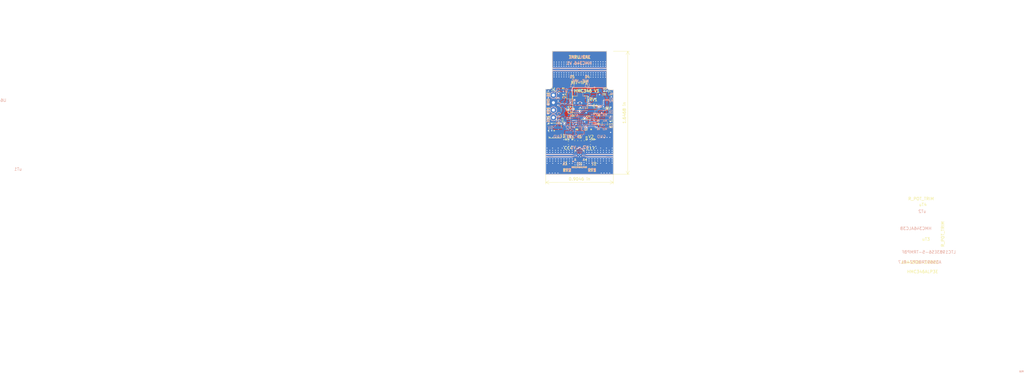
<source format=kicad_pcb>
(kicad_pcb (version 20171130) (host pcbnew 5.1.5-52549c5~84~ubuntu18.04.1)
  (layers (0 F.Cu mixed) (1 In1.Cu power) (2 In2.Cu mixed) (31 B.Cu signal) (34 B.Paste user) (35 F.Paste user) (36 B.SilkS user) (37 F.SilkS user) (38 B.Mask user) (39 F.Mask user) (44 Edge.Cuts user))
  (net 0 "")
  (net 1 GND)
  (net 2 "Net-(C1-Pad1)")
  (net 3 "Net-(C3-Pad2)")
  (net 4 "Net-(C3-Pad1)")
  (net 5 VSS)
  (net 6 +5V)
  (net 7 "Net-(C10-Pad1)")
  (net 8 "Net-(C12-Pad1)")
  (net 9 "Net-(D1-Pad2)")
  (net 10 "Net-(J1-Pad4)")
  (net 11 "Net-(J1-Pad3)")
  (net 12 "Net-(J2-Pad1)")
  (net 13 "Net-(J3-Pad1)")
  (net 14 "Net-(R2-Pad2)")
  (net 15 "Net-(R3-Pad2)")
  (net 16 /Control/V1)
  (net 17 "Net-(R11-Pad2)")
  (net 18 "Net-(R12-Pad2)")
  (net 19 "Net-(R10-Pad1)")
  (net 20 /Control/I)
  (net 21 "Net-(J4-Pad1)")
  (net 22 /Control/V2)
  (net 23 "Net-(U3-Pad1)")
  (net 24 "Net-(5V1-Pad1)")
  (net 25 "Net-(C11-Pad1)")
  (net 26 "Net-(C13-Pad1)")
  (net 27 "Net-(R5-Pad1)")
  (net 28 "Net-(R7-Pad1)")
  (net 29 "Net-(C14-Pad1)")
  (net 30 GNDS)
  (net 31 "Net-(C17-Pad1)")
  (net 32 "Net-(J6-Pad1)")
  (net 33 "Net-(J7-Pad1)")
  (net 34 "Net-(J8-Pad1)")
  (net 35 "Net-(J9-Pad1)")
  (module footprints:SMA_142_0701_851 (layer F.Cu) (at 133.41341 92.3732 270)
    (fp_text reference J3 (at 2.7 -3.99) (layer F.SilkS))
    (fp_text value Conn_Coaxial)
    (pad 2 smd rect (at -4.32 -0.13 270) (size 2.41 5.08) (layers B.Cu B.Mask) (net 1 GND))
    (pad 2 smd rect (at 4.32 -0.13 270) (size 2.41 5.08) (layers B.Cu B.Mask) (net 1 GND))
    (pad 2 smd rect (at -4.32 -0.13 270) (size 2.41 5.08) (layers F.Cu F.Mask) (net 1 GND))
    (pad 2 smd rect (at 4.32 -0.13 270) (size 2.41 5.08) (layers F.Cu F.Mask) (net 1 GND))
    (pad 1 smd rect (at 0 1.235 270) (size 0.508 2.35) (layers F.Cu F.Mask) (net 13 "Net-(J3-Pad1)") (clearance 0.33))
  )
  (module footprints:SMA_142_0701_851 (layer F.Cu) (at 151.39341 92.3732 90)
    (fp_text reference J2 (at -2.8 -4.06) (layer F.SilkS))
    (fp_text value Conn_Coaxial)
    (pad 2 smd rect (at -4.32 -0.13 90) (size 2.41 5.08) (layers B.Cu B.Mask) (net 1 GND))
    (pad 2 smd rect (at 4.32 -0.13 90) (size 2.41 5.08) (layers B.Cu B.Mask) (net 1 GND))
    (pad 2 smd rect (at -4.32 -0.13 90) (size 2.41 5.08) (layers F.Cu F.Mask) (net 1 GND))
    (pad 2 smd rect (at 4.32 -0.13 90) (size 2.41 5.08) (layers F.Cu F.Mask) (net 1 GND))
    (pad 1 smd rect (at 0 1.235 90) (size 0.508 2.35) (layers F.Cu F.Mask) (net 12 "Net-(J2-Pad1)") (clearance 0.33))
  )
  (module "" (layer F.Cu) (at 151.32341 78.5432)
    (fp_text reference "" (at 141.29341 87.2332) (layer F.SilkS) (effects (font (size 1.27 1.27))))
    (fp_text value "" (at 141.29341 87.2332) (layer F.SilkS) (effects (font (size 1.27 1.27))))
    (fp_text user R10 (at 141.28341 87.2532) (layer B.SilkS) (effects (font (size 0.5 0.5) (thickness 0.125)) (justify mirror)))
  )
  (module footprints:R_0603_1608Metric (layer F.Cu) (at 141.29341 87.2332 270)
    (fp_text reference R14 (at -0.86 1.21 270) (layer F.SilkS) (effects (font (size 0.5 0.5) (thickness 0.125))))
    (fp_text value 0)
    (pad 2 smd roundrect (at 0.7875 0 270) (size 0.875 0.95) (layers F.Cu F.Paste F.Mask) (net 29 "Net-(C14-Pad1)"))
    (pad 1 smd roundrect (at -0.7875 0 270) (size 0.875 0.95) (layers F.Cu F.Paste F.Mask) (net 16 /Control/V1))
  )
  (module footprints:R_0603_1608Metric (layer F.Cu) (at 143.52341 87.2432 270)
    (fp_text reference R15 (at -0.76 -1.27 270) (layer F.SilkS) (effects (font (size 0.5 0.5) (thickness 0.125))))
    (fp_text value "0 ")
    (pad 2 smd roundrect (at 0.7875 0 270) (size 0.875 0.95) (layers F.Cu F.Paste F.Mask) (net 31 "Net-(C17-Pad1)"))
    (pad 1 smd roundrect (at -0.7875 0 270) (size 0.875 0.95) (layers F.Cu F.Paste F.Mask) (net 22 /Control/V2))
  )
  (module footprints:uwT0.50_0.51_0.30_0.30_0.60 (layer B.Cu) (at 139.87341 92.3732)
    (fp_text reference uT1 (at -188.304 4.582) (layer B.SilkS) (effects (justify mirror)))
    (fp_text value Taper)
    (pad 1 smd rect (at 0.85 0) (size 0.3 0.3048) (layers B.Cu) (net 32 "Net-(J6-Pad1)"))
    (pad 1 smd custom (at 0 0) (size 0.5 0.51) (layers B.Cu) (net 32 "Net-(J6-Pad1)") (options (clearance outline) (anchor rect)) (primitives (gr_poly (pts (xy -0.25 0.255) (xy 0.25 0.255) (xy 0.7 0.1524) (xy 1 0.1524) (xy 1 -0.1524) (xy 0.7 -0.1524) (xy 0.25 -0.255) (xy -0.25 -0.255)) (width 0))))
  )
  (module footprints:SMA_142_0701_851 (layer B.Cu) (at 135.70341 63.0232 90)
    (fp_text reference J9 (at -2.5 4.25 180) (layer B.SilkS) (effects (justify mirror)))
    (fp_text value Conn_Coaxial)
    (pad 1 smd rect (at 0 -1.235 90) (size 0.508 2.35) (layers B.Cu B.Mask) (net 35 "Net-(J9-Pad1)") (clearance 0.33))
  )
  (module footprints:SMA_142_0701_851 (layer B.Cu) (at 133.41341 92.3632 90)
    (fp_text reference J6 (at -2.72 4.07) (layer B.SilkS) (effects (justify mirror)))
    (fp_text value Conn_Coaxial)
    (pad 1 smd rect (at 0 -1.235 90) (size 0.508 2.35) (layers B.Cu B.Mask) (net 32 "Net-(J6-Pad1)") (clearance 0.33))
  )
  (module footprints:SMA_142_0701_851 (layer B.Cu) (at 153.82341 92.3532 90)
    (fp_text reference J7 (at -2.82 -6.57 180) (layer B.SilkS) (effects (justify mirror)))
    (fp_text value Conn_Coaxial)
    (pad 1 smd rect (at -0.02 -1.2 90) (size 0.508 2.35) (layers B.Cu B.Mask) (net 33 "Net-(J7-Pad1)") (clearance 0.33))
  )
  (module footprints:SMA_142_0701_851 (layer B.Cu) (at 149.08841 63.0232 270)
    (fp_text reference J8 (at 2.46 4.035 180) (layer B.SilkS) (effects (justify mirror)))
    (fp_text value Conn_Coaxial)
    (pad 1 smd rect (at 0 -1.235 270) (size 0.508 2.35) (layers B.Cu B.Mask) (net 34 "Net-(J8-Pad1)") (clearance 0.33))
  )
  (module footprints:uwT0.50_0.51_0.30_0.30_0.6_double (layer B.Cu) (at 143.25341 63.0332 180)
    (fp_text reference U6 (at 196.684 -10.502) (layer B.SilkS) (effects (justify mirror)))
    (fp_text value Tap_Cout)
    (pad 2 smd custom (at 1.71 0) (size 0.5 0.51) (layers B.Cu) (net 35 "Net-(J9-Pad1)") (options (clearance outline) (anchor rect)) (primitives (gr_poly (pts (xy -0.25 0.255) (xy 0.25 0.255) (xy 0.7 0.1524) (xy 1 0.1524) (xy 1 -0.1524) (xy 0.7 -0.1524) (xy 0.25 -0.255) (xy -0.25 -0.255)) (width 0))))
    (pad 1 smd custom (at 0 0 180) (size 0.5 0.51) (layers B.Cu) (net 34 "Net-(J8-Pad1)") (options (clearance outline) (anchor rect)) (primitives (gr_poly (pts (xy -0.25 0.255) (xy 0.25 0.255) (xy 0.7 0.1524) (xy 1 0.1524) (xy 1 -0.1524) (xy 0.7 -0.1524) (xy 0.25 -0.255) (xy -0.25 -0.255)) (width 0))))
  )
  (module footprints:HMC346ALC3B (layer B.Cu) (at 142.37341 92.3732)
    (fp_text reference U5 (at 0 2.8) (layer B.SilkS) (effects (justify mirror)))
    (fp_text value HMC346ALC3B (at 114.32 24.76) (layer B.SilkS) (effects (justify mirror)))
    (fp_text user * (at -2.15 2.27) (layer B.SilkS) (effects (justify mirror)))
    (fp_text user * (at -2.15 2.27) (layer B.SilkS) (effects (justify mirror)))
    (pad 11 smd rect (at 0 1.3924) (size 0.3048 0.828) (layers B.Cu B.Paste B.Mask) (net 1 GND))
    (pad 12 smd rect (at -0.499999 1.3924) (size 0.3048 0.828) (layers B.Cu B.Paste B.Mask) (net 1 GND))
    (pad 1 smd rect (at -1.3924 0.499999 270) (size 0.3048 0.828) (layers B.Cu B.Paste B.Mask) (net 1 GND))
    (pad 2 smd rect (at -1.3924 0 270) (size 0.3 0.828) (layers B.Cu B.Paste B.Mask) (net 32 "Net-(J6-Pad1)"))
    (pad 3 smd rect (at -1.3924 -0.499999 270) (size 0.3048 0.828) (layers B.Cu B.Paste B.Mask) (net 1 GND))
    (pad 4 smd rect (at -0.499999 -1.3924) (size 0.3048 0.828) (layers B.Cu B.Paste B.Mask) (net 29 "Net-(C14-Pad1)"))
    (pad 5 smd rect (at 0 -1.3924) (size 0.3048 0.828) (layers B.Cu B.Paste B.Mask) (net 20 /Control/I))
    (pad 6 smd rect (at 0.499999 -1.3924) (size 0.3048 0.828) (layers B.Cu B.Paste B.Mask) (net 31 "Net-(C17-Pad1)"))
    (pad 7 smd rect (at 1.3924 -0.499999 270) (size 0.3048 0.828) (layers B.Cu B.Paste B.Mask) (net 1 GND))
    (pad 8 smd rect (at 1.3924 0 270) (size 0.3 0.828) (layers B.Cu B.Paste B.Mask) (net 33 "Net-(J7-Pad1)"))
    (pad 9 smd rect (at 1.3924 0.499999 270) (size 0.3048 0.828) (layers B.Cu B.Paste B.Mask) (net 1 GND))
    (pad 10 smd rect (at 0.499999 1.3924) (size 0.3048 0.828) (layers B.Cu B.Paste B.Mask) (net 1 GND))
    (pad 13 smd rect (at 0 0) (size 1.5 1.5) (layers B.Cu B.Paste B.Mask) (net 1 GND))
  )
  (module footprints:HMC346ALP3E (layer F.Cu) (at 142.38741 92.1232 180)
    (fp_text reference U4 (at 0 -3.048 180) (layer F.SilkS))
    (fp_text value HMC346ALP3E (at -116.616 -39.73 180) (layer F.SilkS))
    (fp_text user * (at -2.186 -1.95 180) (layer F.SilkS))
    (fp_text user * (at -2.186 -1.95 180) (layer F.SilkS))
    (pad 17 smd rect (at 0 0 180) (size 1.725 1.725) (layers F.Cu F.Paste F.Mask) (net 1 GND) (clearance 0.001))
    (pad 16 smd rect (at -0.750001 -1.4524 180) (size 0.24 0.8048) (layers F.Cu F.Paste F.Mask) (net 1 GND))
    (pad 15 smd rect (at -0.25 -1.4524 180) (size 0.24 0.8048) (layers F.Cu F.Paste F.Mask) (net 1 GND))
    (pad 14 smd rect (at 0.25 -1.4524 180) (size 0.24 0.8048) (layers F.Cu F.Paste F.Mask) (net 1 GND))
    (pad 13 smd rect (at 0.750001 -1.4524 180) (size 0.24 0.8048) (layers F.Cu F.Paste F.Mask) (net 1 GND))
    (pad 12 smd rect (at 1.4524 -0.750001 270) (size 0.24 0.8048) (layers F.Cu F.Paste F.Mask) (net 1 GND))
    (pad 11 smd rect (at 1.4524 -0.25 270) (size 0.24 0.8048) (layers F.Cu F.Paste F.Mask) (net 13 "Net-(J3-Pad1)") (clearance 0.18))
    (pad 10 smd rect (at 1.4524 0.25 270) (size 0.24 0.8048) (layers F.Cu F.Paste F.Mask) (net 1 GND))
    (pad 9 smd rect (at 1.4524 0.750001 270) (size 0.24 0.8048) (layers F.Cu F.Paste F.Mask) (net 1 GND))
    (pad 8 smd rect (at 0.750001 1.4524 180) (size 0.24 0.8048) (layers F.Cu F.Paste F.Mask) (net 29 "Net-(C14-Pad1)"))
    (pad 7 smd rect (at 0.25 1.4524 180) (size 0.24 0.8048) (layers F.Cu F.Paste F.Mask) (net 1 GND) (clearance 0.1))
    (pad 6 smd rect (at -0.25 1.4524 180) (size 0.24 0.8048) (layers F.Cu F.Paste F.Mask) (net 20 /Control/I))
    (pad 5 smd rect (at -0.750001 1.4524 180) (size 0.24 0.8048) (layers F.Cu F.Paste F.Mask) (net 31 "Net-(C17-Pad1)"))
    (pad 4 smd rect (at -1.4524 0.750001 270) (size 0.24 0.8048) (layers F.Cu F.Paste F.Mask) (net 1 GND))
    (pad 3 smd rect (at -1.4524 0.25 270) (size 0.24 0.8048) (layers F.Cu F.Paste F.Mask) (net 1 GND))
    (pad 2 smd rect (at -1.4524 -0.25 270) (size 0.24 0.8048) (layers F.Cu F.Paste F.Mask) (net 12 "Net-(J2-Pad1)") (clearance 0.18))
    (pad 1 smd rect (at -1.4524 -0.750001 270) (size 0.24 0.8048) (layers F.Cu F.Paste F.Mask) (net 1 GND))
  )
  (module footprints:3214W-1-103E (layer F.Cu) (at 142.64141 74.1612)
    (fp_text reference RV1 (at 4.442 -0.858) (layer F.SilkS) (effects (font (thickness 0.2))))
    (fp_text value R_POT_TRIM (at 115.822 32.882) (layer F.SilkS))
    (pad 3 smd rect (at 1.27 2.032) (size 0.7874 1.1938) (layers F.Cu F.Paste F.Mask) (net 1 GND))
    (pad 2 smd rect (at 0 -1.9812) (size 1.5748 1.524) (layers F.Cu F.Paste F.Mask) (net 15 "Net-(R3-Pad2)"))
    (pad 1 smd rect (at -1.27 1.9812) (size 0.7874 1.1938) (layers F.Cu F.Paste F.Mask) (net 7 "Net-(C10-Pad1)"))
  )
  (module footprints:3214W-1-103E (layer F.Cu) (at 134.09841 83.8482 270)
    (fp_text reference RV2 (at 1.835 -3.025 270) (layer F.SilkS) (effects (font (size 0.5 0.5) (thickness 0.125))))
    (fp_text value R_POT_TRIM (at 35.215 -131.755 270) (layer F.SilkS))
    (fp_text user * (at 0 0 270) (layer F.SilkS))
    (pad 3 smd rect (at 1.27 2.032 270) (size 0.7874 1.1938) (layers F.Cu F.Paste F.Mask) (net 1 GND))
    (pad 2 smd rect (at 0 -1.9812 270) (size 1.5748 1.524) (layers F.Cu F.Paste F.Mask) (net 14 "Net-(R2-Pad2)"))
    (pad 1 smd rect (at -1.27 1.9812 270) (size 0.7874 1.1938) (layers F.Cu F.Paste F.Mask) (net 7 "Net-(C10-Pad1)"))
  )
  (module footprints:uwT0.50_0.51_0.30_0.30_0.60 (layer B.Cu) (at 144.88341 92.3732 180)
    (fp_text reference uT2 (at -113.99 -18.95) (layer B.SilkS) (effects (justify mirror)))
    (fp_text value Taper)
    (pad 1 smd rect (at 0.85 0 180) (size 0.3 0.3048) (layers B.Cu) (net 33 "Net-(J7-Pad1)") (clearance 0.18))
    (pad 1 smd custom (at 0 0 180) (size 0.5 0.51) (layers B.Cu) (net 33 "Net-(J7-Pad1)") (clearance 0.18) (options (clearance outline) (anchor rect)) (primitives (gr_poly (pts (xy -0.25 0.255) (xy 0.25 0.255) (xy 0.7 0.1524) (xy 1 0.1524) (xy 1 -0.1524) (xy 0.7 -0.1524) (xy 0.25 -0.255) (xy -0.25 -0.255)) (width 0))))
  )
  (module footprints:uwT0.50_0.51_0.20_0.25_0.60 (layer F.Cu) (at 139.77341 92.3732)
    (fp_text reference uT4 (at 119.3 16.65) (layer F.SilkS))
    (fp_text value Taper)
    (pad 1 smd rect (at 0.85 0) (size 0.2 0.25) (layers F.Cu) (net 13 "Net-(J3-Pad1)"))
    (pad 1 smd custom (at 0 0) (size 0.5 0.51) (layers F.Cu) (net 13 "Net-(J3-Pad1)") (options (clearance outline) (anchor rect)) (primitives (gr_poly (pts (xy -0.25 -0.255) (xy 0.25 -0.255) (xy 0.75 -0.125) (xy 0.95 -0.125) (xy 0.95 0.125) (xy 0.75 0.125) (xy 0.25 0.255) (xy -0.25 0.255)) (width 0))))
  )
  (module footprints:uwT0.50_0.51_0.20_0.25_0.60 (layer F.Cu) (at 144.99341 92.3732 180)
    (fp_text reference uT3 (at -115.16 -28.41) (layer F.SilkS))
    (fp_text value Taper)
    (pad 1 smd rect (at 0.85 0 180) (size 0.2 0.25) (layers F.Cu) (net 12 "Net-(J2-Pad1)") (clearance 0.18))
    (pad 1 smd custom (at 0 0 180) (size 0.5 0.51) (layers F.Cu) (net 12 "Net-(J2-Pad1)") (clearance 0.18) (options (clearance outline) (anchor rect)) (primitives (gr_poly (pts (xy -0.25 -0.255) (xy 0.25 -0.255) (xy 0.75 -0.125) (xy 0.95 -0.125) (xy 0.95 0.125) (xy 0.75 0.125) (xy 0.25 0.255) (xy -0.25 0.255)) (width 0))))
  )
  (module footprints:R_0603_1608Metric (layer F.Cu) (at 151.22341 73.4232 90)
    (fp_text reference R16 (at 2.925 -0.225 90) (layer F.SilkS))
    (fp_text value 10)
    (pad 2 smd roundrect (at 0.7875 0 90) (size 0.875 0.95) (layers F.Cu F.Paste F.Mask) (net 30 GNDS))
    (pad 1 smd roundrect (at -0.7875 0 90) (size 0.875 0.95) (layers F.Cu F.Paste F.Mask) (net 1 GND))
  )
  (module footprints:ADA4896-2ARMZ (layer F.Cu) (at 144.59341 81.5932 180)
    (fp_text reference U2 (at -0.055 -1.955 180) (layer F.SilkS) (effects (font (size 0.5 0.5) (thickness 0.125))))
    (fp_text value ADA4896-2ARMZ (at -113.48 -47.05 180) (layer F.SilkS))
    (fp_text user * (at -1.75 -2.14 180) (layer F.SilkS))
    (fp_text user * (at -1.75 -2.14 180) (layer F.SilkS))
    (pad 8 smd rect (at 2.0447 -0.974999 180) (size 1.778 0.4318) (layers F.Cu F.Paste F.Mask) (net 7 "Net-(C10-Pad1)"))
    (pad 7 smd rect (at 2.0447 -0.325001 180) (size 1.778 0.4318) (layers F.Cu F.Paste F.Mask) (net 16 /Control/V1))
    (pad 6 smd rect (at 2.0447 0.325001 180) (size 1.778 0.4318) (layers F.Cu F.Paste F.Mask) (net 26 "Net-(C13-Pad1)"))
    (pad 5 smd rect (at 2.0447 0.974999 180) (size 1.778 0.4318) (layers F.Cu F.Paste F.Mask) (net 28 "Net-(R7-Pad1)"))
    (pad 4 smd rect (at -2.0447 0.974999 180) (size 1.778 0.4318) (layers F.Cu F.Paste F.Mask) (net 5 VSS))
    (pad 3 smd rect (at -2.0447 0.325001 180) (size 1.778 0.4318) (layers F.Cu F.Paste F.Mask) (net 27 "Net-(R5-Pad1)"))
    (pad 2 smd rect (at -2.0447 -0.325001 180) (size 1.778 0.4318) (layers F.Cu F.Paste F.Mask) (net 25 "Net-(C11-Pad1)"))
    (pad 1 smd rect (at -2.0447 -0.974999 180) (size 1.778 0.4318) (layers F.Cu F.Paste F.Mask) (net 22 /Control/V2))
  )
  (module footprints:C_1206_3216Metric (layer F.Cu) (at 137.05341 76.7012 270)
    (fp_text reference C10 (at 0.062 -1.93 90) (layer F.SilkS))
    (fp_text value 10u)
    (pad 2 smd roundrect (at 1.4 0 270) (size 1.25 1.75) (layers F.Cu F.Paste F.Mask) (roundrect_rratio 0.2) (net 1 GND))
    (pad 1 smd roundrect (at -1.4 0 270) (size 1.25 1.75) (layers F.Cu F.Paste F.Mask) (roundrect_rratio 0.2) (net 7 "Net-(C10-Pad1)"))
  )
  (module footprints:L_0603_1608Metric (layer F.Cu) (at 152.79341 73.4232 270)
    (fp_text reference L7 (at -2.375 -0.055 90) (layer F.SilkS))
    (fp_text value L)
    (pad 2 smd roundrect (at 0.7875 0 270) (size 0.875 0.95) (layers F.Cu F.Paste F.Mask) (net 1 GND))
    (pad 1 smd roundrect (at -0.7875 0 270) (size 0.875 0.95) (layers F.Cu F.Paste F.Mask) (net 30 GNDS))
  )
  (module digikey-footprints:Test_Point_2.67x1.02mm (layer B.Cu) (at 148.80341 74.4232)
    (fp_text reference GND (at 0.42 1.275) (layer B.SilkS) (effects (font (size 0.5 0.5) (thickness 0.125)) (justify mirror)))
    (fp_text value GND)
    (pad 1 smd rect (at 0 0) (size 2.67 1.02) (layers B.Cu B.Paste B.Mask) (net 30 GNDS))
  )
  (module footprints:C_0402_1005Metric (layer B.Cu) (at 138.79341 72.5732)
    (fp_text reference C23 (at 0.81 0.99) (layer B.SilkS) (effects (font (size 0.5 0.5) (thickness 0.125)) (justify mirror)))
    (fp_text value 100n)
    (pad 2 smd roundrect (at 0.485 0) (size 0.59 0.64) (layers B.Cu B.Paste B.Mask) (net 1 GND))
    (pad 1 smd roundrect (at -0.485 0) (size 0.59 0.64) (layers B.Cu B.Paste B.Mask) (net 6 +5V))
  )
  (module footprints:C_0402_1005Metric (layer B.Cu) (at 138.79341 71.4732)
    (fp_text reference C22 (at -0.84 -1.27 90) (layer B.SilkS) (effects (font (size 0.5 0.5) (thickness 0.125)) (justify mirror)))
    (fp_text value 100n)
    (pad 1 smd roundrect (at -0.485 0) (size 0.59 0.64) (layers B.Cu B.Paste B.Mask) (net 6 +5V))
    (pad 2 smd roundrect (at 0.485 0) (size 0.59 0.64) (layers B.Cu B.Paste B.Mask) (net 1 GND))
  )
  (module footprints:C_0402_1005Metric (layer F.Cu) (at 147.14841 78.9982)
    (fp_text reference C21 (at -1.75 0.025) (layer F.SilkS) (effects (font (size 0.5 0.5) (thickness 0.125))))
    (fp_text value 100n)
    (pad 2 smd roundrect (at 0.485 0) (size 0.59 0.64) (layers F.Cu F.Paste F.Mask) (net 1 GND))
    (pad 1 smd roundrect (at -0.485 0) (size 0.59 0.64) (layers F.Cu F.Paste F.Mask) (net 5 VSS))
  )
  (module footprints:C_0603_1608Metric (layer F.Cu) (at 146.10341 88.0432)
    (fp_text reference C18 (at 0.76 -1.2) (layer F.SilkS) (effects (font (size 0.5 0.5) (thickness 0.125))))
    (fp_text value 100n)
    (pad 2 smd roundrect (at 0.7875 0) (size 0.875 0.95) (layers F.Cu F.Paste F.Mask) (net 1 GND))
    (pad 1 smd roundrect (at -0.7875 0) (size 0.875 0.95) (layers F.Cu F.Paste F.Mask) (net 31 "Net-(C17-Pad1)"))
  )
  (module footprints:C_0603_1608Metric (layer F.Cu) (at 138.62591 88.0332 180)
    (fp_text reference C15 (at 0.5325 1.18) (layer F.SilkS) (effects (font (size 0.5 0.5) (thickness 0.125))))
    (fp_text value 100n)
    (pad 2 smd roundrect (at 0.7875 0 180) (size 0.875 0.95) (layers F.Cu F.Paste F.Mask) (net 1 GND))
    (pad 1 smd roundrect (at -0.7875 0 180) (size 0.875 0.95) (layers F.Cu F.Paste F.Mask) (net 29 "Net-(C14-Pad1)"))
  )
  (module footprints:R_0402_1005Metric (layer F.Cu) (at 140.36341 80.3132 90)
    (fp_text reference R7 (at 2.03 0.01 90) (layer F.SilkS))
    (fp_text value "4.99K 1%")
    (pad 2 smd roundrect (at 0.485 0 90) (size 0.59 0.64) (layers F.Cu F.Paste F.Mask) (net 1 GND))
    (pad 1 smd roundrect (at -0.485 0 90) (size 0.59 0.64) (layers F.Cu F.Paste F.Mask) (net 28 "Net-(R7-Pad1)"))
  )
  (module footprints:R_0402_1005Metric (layer F.Cu) (at 148.94341 80.2032 90)
    (fp_text reference R5 (at 1.44 -0.01 180) (layer F.SilkS) (effects (font (size 0.5 0.5) (thickness 0.125))))
    (fp_text value "4.99K 1%")
    (pad 2 smd roundrect (at 0.485 0 90) (size 0.59 0.64) (layers F.Cu F.Paste F.Mask) (net 1 GND))
    (pad 1 smd roundrect (at -0.485 0 90) (size 0.59 0.64) (layers F.Cu F.Paste F.Mask) (net 27 "Net-(R5-Pad1)"))
  )
  (module footprints:C_0402_1005Metric (layer B.Cu) (at 136.73341 72.8132 180)
    (fp_text reference C20 (at 1.73 -0.01) (layer B.SilkS) (effects (font (size 0.5 0.5) (thickness 0.125)) (justify mirror)))
    (fp_text value 100n)
    (pad 2 smd roundrect (at 0.485 0 180) (size 0.59 0.64) (layers B.Cu B.Paste B.Mask) (net 1 GND))
    (pad 1 smd roundrect (at -0.485 0 180) (size 0.59 0.64) (layers B.Cu B.Paste B.Mask) (net 6 +5V))
  )
  (module footprints:C_1206_3216Metric (layer B.Cu) (at 149.20341 71.5332 270)
    (fp_text reference C12 (at -1.935 -1.82 180) (layer B.SilkS) (effects (font (size 0.5 0.5) (thickness 0.125)) (justify mirror)))
    (fp_text value 10u)
    (pad 2 smd roundrect (at 1.4 0 270) (size 1.25 1.75) (layers B.Cu B.Paste B.Mask) (roundrect_rratio 0.2) (net 30 GNDS))
    (pad 1 smd roundrect (at -1.4 0 270) (size 1.25 1.75) (layers B.Cu B.Paste B.Mask) (roundrect_rratio 0.2) (net 8 "Net-(C12-Pad1)"))
  )
  (module footprints:C_0402_1005Metric (layer B.Cu) (at 151.78341 71.3232)
    (fp_text reference C5 (at 1.49 0 180) (layer B.SilkS) (effects (font (size 0.5 0.5) (thickness 0.125)) (justify mirror)))
    (fp_text value 100n)
    (pad 2 smd roundrect (at 0.485 0) (size 0.59 0.64) (layers B.Cu B.Paste B.Mask) (net 30 GNDS))
    (pad 1 smd roundrect (at -0.485 0) (size 0.59 0.64) (layers B.Cu B.Paste B.Mask) (net 8 "Net-(C12-Pad1)"))
  )
  (module footprints:L_0603_1608Metric (layer B.Cu) (at 151.71341 73.4132 90)
    (fp_text reference L2 (at -0.01 1.45 90) (layer B.SilkS) (effects (justify mirror)))
    (fp_text value L)
    (pad 2 smd roundrect (at 0.7875 0 90) (size 0.875 0.95) (layers B.Cu B.Paste B.Mask) (net 8 "Net-(C12-Pad1)"))
    (pad 1 smd roundrect (at -0.7875 0 90) (size 0.875 0.95) (layers B.Cu B.Paste B.Mask) (net 5 VSS))
  )
  (module footprints:L_0603_1608Metric (layer B.Cu) (at 139.88341 70.1157)
    (fp_text reference L1 (at -0.01 -1.6325) (layer B.SilkS) (effects (justify mirror)))
    (fp_text value L)
    (pad 1 smd roundrect (at -0.7875 0) (size 0.875 0.95) (layers B.Cu B.Paste B.Mask) (net 6 +5V))
    (pad 2 smd roundrect (at 0.7875 0) (size 0.875 0.95) (layers B.Cu B.Paste B.Mask) (net 2 "Net-(C1-Pad1)"))
  )
  (module footprints:L_0603_1608Metric (layer B.Cu) (at 136.54341 74.8832 270)
    (fp_text reference L4 (at 0.08 1.128 90) (layer B.SilkS) (effects (justify mirror)))
    (fp_text value L)
    (pad 2 smd roundrect (at 0.7875 0 270) (size 0.875 0.95) (layers B.Cu B.Paste B.Mask) (net 24 "Net-(5V1-Pad1)"))
    (pad 1 smd roundrect (at -0.7875 0 270) (size 0.875 0.95) (layers B.Cu B.Paste B.Mask) (net 6 +5V))
  )
  (module footprints:L_0603_1608Metric (layer B.Cu) (at 138.08341 74.8932 270)
    (fp_text reference L3 (at -0.44 -1.28 90) (layer B.SilkS) (effects (font (size 0.7 0.7)) (justify mirror)))
    (fp_text value L)
    (pad 2 smd roundrect (at 0.7875 0 270) (size 0.875 0.95) (layers B.Cu B.Paste B.Mask) (net 7 "Net-(C10-Pad1)"))
    (pad 1 smd roundrect (at -0.7875 0 270) (size 0.875 0.95) (layers B.Cu B.Paste B.Mask) (net 6 +5V))
  )
  (module digikey-footprints:PinHeader_1x4_P2.54mm_Drill1.02mm (layer F.Cu) (at 133.51341 71.7732 270)
    (fp_text reference J1 (at -1.975 -0.01 180) (layer F.SilkS))
    (fp_text value Data)
    (pad 1 thru_hole circle (at 0 0 270) (size 2.02 2.02) (drill 1.02) (layers *.Cu *.Mask) (net 6 +5V))
    (pad 2 thru_hole circle (at 2.54 0 270) (size 2.02 2.02) (drill 1.02) (layers *.Cu *.Mask) (net 1 GND))
    (pad 3 thru_hole circle (at 5.08 0 270) (size 2.02 2.02) (drill 1.02) (layers *.Cu *.Mask) (net 11 "Net-(J1-Pad3)"))
    (pad 4 thru_hole circle (at 7.62 0 270) (size 2.02 2.02) (drill 1.02) (layers *.Cu *.Mask) (net 10 "Net-(J1-Pad4)"))
  )
  (module footprints:SMA_142_0701_851 (layer F.Cu) (at 149.10341 63.0332 90)
    (fp_text reference J4 (at -2.4702 -4.04659 180) (layer F.SilkS))
    (fp_text value Conn_Coaxial)
    (pad 2 smd rect (at -4.32 -0.13 90) (size 2.41 5.08) (layers B.Cu B.Mask) (net 1 GND))
    (pad 2 smd rect (at 4.32 -0.13 90) (size 2.41 5.08) (layers B.Cu B.Mask) (net 1 GND))
    (pad 2 smd rect (at -4.32 -0.13 90) (size 2.41 5.08) (layers F.Cu F.Mask) (net 1 GND))
    (pad 2 smd rect (at 4.32 -0.13 90) (size 2.41 5.08) (layers F.Cu F.Mask) (net 1 GND))
    (pad 1 smd rect (at 0 1.235 90) (size 0.508 2.35) (layers F.Cu F.Mask) (net 21 "Net-(J4-Pad1)") (clearance 0.33))
  )
  (module footprints:SMA_142_0701_851 (layer F.Cu) (at 135.70841 63.0232 270)
    (fp_text reference J5 (at 2.4802 -4.17841) (layer F.SilkS))
    (fp_text value Conn_Coaxial)
    (pad 2 smd rect (at -4.32 -0.13 270) (size 2.41 5.08) (layers B.Cu B.Mask) (net 1 GND))
    (pad 2 smd rect (at 4.32 -0.13 270) (size 2.41 5.08) (layers B.Cu B.Mask) (net 1 GND))
    (pad 2 smd rect (at -4.32 -0.13 270) (size 2.41 5.08) (layers F.Cu F.Mask) (net 1 GND))
    (pad 2 smd rect (at 4.32 -0.13 270) (size 2.41 5.08) (layers F.Cu F.Mask) (net 1 GND))
    (pad 1 smd rect (at 0 1.235 270) (size 0.508 2.35) (layers F.Cu F.Mask) (net 21 "Net-(J4-Pad1)") (clearance 0.33))
  )
  (module footprints:AD5697RBRUZ (layer B.Cu) (at 143.35141 79.7152)
    (fp_text reference U3 (at 0.452 3.598) (layer B.SilkS) (effects (justify mirror)))
    (fp_text value AD5697RBCPZ-RL7 (at 114.682 48.888) (layer B.SilkS) (effects (justify mirror)))
    (fp_text user * (at -2.738 3.338) (layer B.SilkS) (effects (justify mirror)))
    (fp_text user * (at -2.738 3.338) (layer B.SilkS) (effects (justify mirror)))
    (pad 16 smd rect (at 2.8194 2.274999) (size 1.4732 0.3556) (layers B.Cu B.Paste B.Mask) (net 24 "Net-(5V1-Pad1)"))
    (pad 15 smd rect (at 2.8194 1.624998) (size 1.4732 0.3556) (layers B.Cu B.Paste B.Mask) (net 24 "Net-(5V1-Pad1)"))
    (pad 14 smd rect (at 2.8194 0.974999) (size 1.4732 0.3556) (layers B.Cu B.Paste B.Mask) (net 18 "Net-(R12-Pad2)"))
    (pad 13 smd rect (at 2.8194 0.324998) (size 1.4732 0.3556) (layers B.Cu B.Paste B.Mask) (net 10 "Net-(J1-Pad4)"))
    (pad 12 smd rect (at 2.8194 -0.325001) (size 1.4732 0.3556) (layers B.Cu B.Paste B.Mask) (net 17 "Net-(R11-Pad2)"))
    (pad 11 smd rect (at 2.8194 -0.974999) (size 1.4732 0.3556) (layers B.Cu B.Paste B.Mask) (net 24 "Net-(5V1-Pad1)"))
    (pad 10 smd rect (at 2.8194 -1.625001) (size 1.4732 0.3556) (layers B.Cu B.Paste B.Mask) (net 19 "Net-(R10-Pad1)"))
    (pad 9 smd rect (at 2.8194 -2.274999) (size 1.4732 0.3556) (layers B.Cu B.Paste B.Mask) (net 1 GND))
    (pad 8 smd rect (at -2.8194 -2.274999) (size 1.4732 0.3556) (layers B.Cu B.Paste B.Mask) (net 11 "Net-(J1-Pad3)"))
    (pad 7 smd rect (at -2.8194 -1.624998) (size 1.4732 0.3556) (layers B.Cu B.Paste B.Mask) (net 15 "Net-(R3-Pad2)"))
    (pad 6 smd rect (at -2.8194 -0.974999) (size 1.4732 0.3556) (layers B.Cu B.Paste B.Mask))
    (pad 5 smd rect (at -2.8194 -0.324998) (size 1.4732 0.3556) (layers B.Cu B.Paste B.Mask) (net 24 "Net-(5V1-Pad1)"))
    (pad 4 smd rect (at -2.8194 0.325001) (size 1.4732 0.3556) (layers B.Cu B.Paste B.Mask) (net 1 GND))
    (pad 3 smd rect (at -2.8194 0.974999) (size 1.4732 0.3556) (layers B.Cu B.Paste B.Mask) (net 14 "Net-(R2-Pad2)"))
    (pad 2 smd rect (at -2.8194 1.625001) (size 1.4732 0.3556) (layers B.Cu B.Paste B.Mask))
    (pad 1 smd rect (at -2.8194 2.274999) (size 1.4732 0.3556) (layers B.Cu B.Paste B.Mask) (net 23 "Net-(U3-Pad1)"))
  )
  (module footprints:LED_0805_2012Metric (layer F.Cu) (at 138.92341 71.3482 90)
    (fp_text reference D1 (at -0.635 -1.76 90) (layer F.SilkS))
    (fp_text value LED)
    (pad 2 smd roundrect (at 0.9375 0 90) (size 0.975 1.4) (layers F.Cu F.Paste F.Mask) (net 9 "Net-(D1-Pad2)"))
    (pad 1 smd roundrect (at -0.9375 0 90) (size 0.975 1.4) (layers F.Cu F.Paste F.Mask) (net 1 GND))
  )
  (module footprints:C_1206_3216Metric (layer F.Cu) (at 138.22341 81.4032 90)
    (fp_text reference C13 (at 1.15 -1.59 270) (layer F.SilkS) (effects (font (size 0.5 0.5) (thickness 0.125))))
    (fp_text value 22u)
    (pad 2 smd roundrect (at 1.4 0 90) (size 1.25 1.75) (layers F.Cu F.Paste F.Mask) (roundrect_rratio 0.2) (net 1 GND))
    (pad 1 smd roundrect (at -1.4 0 90) (size 1.25 1.75) (layers F.Cu F.Paste F.Mask) (roundrect_rratio 0.2) (net 26 "Net-(C13-Pad1)"))
  )
  (module footprints:C_1206_3216Metric (layer F.Cu) (at 150.98341 81.4832 90)
    (fp_text reference C11 (at -0.044 2.072 270) (layer F.SilkS))
    (fp_text value 22u)
    (pad 2 smd roundrect (at 1.4 0 90) (size 1.25 1.75) (layers F.Cu F.Paste F.Mask) (roundrect_rratio 0.2) (net 1 GND))
    (pad 1 smd roundrect (at -1.4 0 90) (size 1.25 1.75) (layers F.Cu F.Paste F.Mask) (roundrect_rratio 0.2) (net 25 "Net-(C11-Pad1)"))
  )
  (module footprints:C_1206_3216Metric (layer F.Cu) (at 147.72141 77.1982 180)
    (fp_text reference C4 (at -0.03 1.8) (layer F.SilkS))
    (fp_text value 10u)
    (pad 2 smd roundrect (at 1.4 0 180) (size 1.25 1.75) (layers F.Cu F.Paste F.Mask) (roundrect_rratio 0.2) (net 1 GND))
    (pad 1 smd roundrect (at -1.4 0 180) (size 1.25 1.75) (layers F.Cu F.Paste F.Mask) (roundrect_rratio 0.2) (net 5 VSS))
  )
  (module footprints:C_1206_3216Metric (layer B.Cu) (at 142.61341 71.5432 270)
    (fp_text reference C1 (at 3.2 0.03 90) (layer B.SilkS) (effects (justify mirror)))
    (fp_text value 10u)
    (pad 2 smd roundrect (at 1.4 0 270) (size 1.25 1.75) (layers B.Cu B.Paste B.Mask) (roundrect_rratio 0.2) (net 30 GNDS))
    (pad 1 smd roundrect (at -1.4 0 270) (size 1.25 1.75) (layers B.Cu B.Paste B.Mask) (roundrect_rratio 0.2) (net 2 "Net-(C1-Pad1)"))
  )
  (module footprints:LTC1983ES6-5-TRMPBF (layer B.Cu) (at 145.89341 70.9632 180)
    (fp_text reference U1 (at 0.95 2.53 180) (layer B.SilkS) (effects (justify mirror)))
    (fp_text value LTC1983ES6-5-TRMPBF (at -115.176 -54.216 180) (layer B.SilkS) (effects (justify mirror)))
    (fp_text user * (at -1.566 1.484 180) (layer B.SilkS) (effects (justify mirror)))
    (fp_text user * (at -1.566 1.484) (layer B.SilkS) (effects (justify mirror)))
    (fp_text user * (at -1.566 1.494) (layer B.SilkS) (effects (justify mirror)))
    (pad 6 smd rect (at 1.143 0.9398 180) (size 1.2192 0.508) (layers B.Cu B.Paste B.Mask) (net 2 "Net-(C1-Pad1)"))
    (pad 5 smd rect (at 1.143 0 180) (size 1.2192 0.508) (layers B.Cu B.Paste B.Mask) (net 30 GNDS))
    (pad 4 smd rect (at 1.143 -0.9398 180) (size 1.2192 0.508) (layers B.Cu B.Paste B.Mask) (net 3 "Net-(C3-Pad2)"))
    (pad 3 smd rect (at -1.143 -0.9398 180) (size 1.2192 0.508) (layers B.Cu B.Paste B.Mask) (net 4 "Net-(C3-Pad1)"))
    (pad 2 smd rect (at -1.143 0 180) (size 1.2192 0.508) (layers B.Cu B.Paste B.Mask) (net 8 "Net-(C12-Pad1)"))
    (pad 1 smd rect (at -1.143 0.9398 180) (size 1.2192 0.508) (layers B.Cu B.Paste B.Mask) (net 2 "Net-(C1-Pad1)"))
  )
  (module digikey-footprints:Test_Point_2.67x1.02mm (layer F.Cu) (at 142.414996 84.6432)
    (fp_text reference I1 (at 0.048414 1.28 180) (layer F.SilkS) (effects (font (thickness 0.2))))
    (fp_text value I)
    (pad 1 smd rect (at 0 0) (size 2.67 1.02) (layers F.Cu F.Paste F.Mask) (net 20 /Control/I))
  )
  (module digikey-footprints:Test_Point_2.67x1.02mm (layer F.Cu) (at 151.53141 77.5482 180)
    (fp_text reference -5V (at -0.06 1.4) (layer F.SilkS))
    (fp_text value -5V)
    (pad 1 smd rect (at 0 0 180) (size 2.67 1.02) (layers F.Cu F.Paste F.Mask) (net 5 VSS))
  )
  (module digikey-footprints:Test_Point_2.67x1.02mm (layer F.Cu) (at 139.056584 84.6432)
    (fp_text reference V1 (at -0.123174 1.25 180) (layer F.SilkS))
    (fp_text value V1)
    (pad 1 smd rect (at 0 0) (size 2.67 1.02) (layers F.Cu F.Paste F.Mask) (net 16 /Control/V1))
  )
  (module digikey-footprints:Test_Point_2.67x1.02mm (layer B.Cu) (at 142.540076 84.4732)
    (fp_text reference VB (at -0.006666 1.41) (layer B.SilkS) (effects (justify mirror)))
    (fp_text value VA)
    (pad 1 smd rect (at 0 0) (size 2.67 1.02) (layers B.Cu B.Paste B.Mask) (net 14 "Net-(R2-Pad2)"))
  )
  (module digikey-footprints:Test_Point_2.67x1.02mm (layer F.Cu) (at 145.77341 84.6432)
    (fp_text reference V2 (at 0.52 1.25 180) (layer F.SilkS))
    (fp_text value V2)
    (pad 1 smd rect (at 0 0) (size 2.67 1.02) (layers F.Cu F.Paste F.Mask) (net 22 /Control/V2))
  )
  (module digikey-footprints:Test_Point_2.67x1.02mm (layer B.Cu) (at 135.02341 82.8232)
    (fp_text reference 5V (at -2.54 -0.01 180) (layer B.SilkS) (effects (justify mirror)))
    (fp_text value 5V)
    (pad 1 smd rect (at 0 0) (size 2.67 1.02) (layers B.Cu B.Paste B.Mask) (net 24 "Net-(5V1-Pad1)"))
  )
  (module digikey-footprints:Test_Point_2.67x1.02mm (layer B.Cu) (at 146.53341 76.0332)
    (fp_text reference VA (at -2.535 -0.01 -180) (layer B.SilkS) (effects (justify mirror)))
    (fp_text value VB)
    (pad 1 smd rect (at 0 0) (size 2.67 1.02) (layers B.Cu B.Paste B.Mask) (net 15 "Net-(R3-Pad2)"))
  )
  (module digikey-footprints:Test_Point_2.67x1.02mm (layer B.Cu) (at 138.776743 84.4732)
    (fp_text reference VREF (at -0.043333 1.41) (layer B.SilkS) (effects (justify mirror)))
    (fp_text value VREF)
    (pad 1 smd rect (at 0 0) (size 2.67 1.02) (layers B.Cu B.Paste B.Mask) (net 23 "Net-(U3-Pad1)"))
  )
  (module digikey-footprints:Test_Point_2.67x1.02mm (layer B.Cu) (at 149.87341 84.4732)
    (fp_text reference GND (at -0.02 1.41) (layer B.SilkS) (effects (justify mirror)))
    (fp_text value GND)
    (pad 1 smd rect (at 0 0) (size 2.67 1.02) (layers B.Cu B.Paste B.Mask) (net 1 GND))
  )
  (module digikey-footprints:Test_Point_2.67x1.02mm (layer B.Cu) (at 135.01341 84.4732)
    (fp_text reference GND (at 0 1.41) (layer B.SilkS) (effects (justify mirror)))
    (fp_text value GND)
    (pad 1 smd rect (at 0 0) (size 2.67 1.02) (layers B.Cu B.Paste B.Mask) (net 1 GND))
  )
  (module footprints:C_0402_1005Metric (layer B.Cu) (at 140.68341 71.9532 270)
    (fp_text reference C2 (at 1.53 -0.07 90) (layer B.SilkS) (effects (font (size 0.5 0.5) (thickness 0.125)) (justify mirror)))
    (fp_text value 100n)
    (pad 1 smd roundrect (at -0.485 0 270) (size 0.59 0.64) (layers B.Cu B.Paste B.Mask) (net 2 "Net-(C1-Pad1)"))
    (pad 2 smd roundrect (at 0.485 0 270) (size 0.59 0.64) (layers B.Cu B.Paste B.Mask) (net 30 GNDS))
  )
  (module footprints:C_0603_1608Metric (layer B.Cu) (at 145.66341 73.5832 180)
    (fp_text reference C3 (at 0.0048 -1.28059) (layer B.SilkS) (effects (font (size 0.8 0.8)) (justify mirror)))
    (fp_text value 1u)
    (pad 2 smd roundrect (at 0.7875 0 180) (size 0.875 0.95) (layers B.Cu B.Paste B.Mask) (net 3 "Net-(C3-Pad2)"))
    (pad 1 smd roundrect (at -0.7875 0 180) (size 0.875 0.95) (layers B.Cu B.Paste B.Mask) (net 4 "Net-(C3-Pad1)"))
  )
  (module footprints:C_0402_1005Metric (layer B.Cu) (at 139.93841 75.5432)
    (fp_text reference C6 (at -0.008 0.91 180) (layer B.SilkS) (effects (font (size 0.5 0.5) (thickness 0.125)) (justify mirror)))
    (fp_text value 100n)
    (pad 2 smd roundrect (at 0.485 0) (size 0.59 0.64) (layers B.Cu B.Paste B.Mask) (net 1 GND))
    (pad 1 smd roundrect (at -0.485 0) (size 0.59 0.64) (layers B.Cu B.Paste B.Mask) (net 7 "Net-(C10-Pad1)"))
  )
  (module footprints:C_0603_1608Metric (layer B.Cu) (at 136.53341 70.7732 90)
    (fp_text reference C7 (at 0.64 -1.39 90) (layer B.SilkS) (effects (justify mirror)))
    (fp_text value 1u)
    (pad 2 smd roundrect (at 0.7875 0 90) (size 0.875 0.95) (layers B.Cu B.Paste B.Mask) (net 6 +5V))
    (pad 1 smd roundrect (at -0.7875 0 90) (size 0.875 0.95) (layers B.Cu B.Paste B.Mask) (net 1 GND))
  )
  (module footprints:C_0603_1608Metric (layer B.Cu) (at 136.90341 79.2232 270)
    (fp_text reference C8 (at 1.56 1.43 90) (layer B.SilkS) (effects (justify mirror)))
    (fp_text value 1u)
    (pad 2 smd roundrect (at 0.7875 0 270) (size 0.875 0.95) (layers B.Cu B.Paste B.Mask) (net 1 GND))
    (pad 1 smd roundrect (at -0.7875 0 270) (size 0.875 0.95) (layers B.Cu B.Paste B.Mask) (net 24 "Net-(5V1-Pad1)"))
  )
  (module footprints:C_0402_1005Metric (layer B.Cu) (at 136.77341 77.0632 180)
    (fp_text reference C9 (at 1.33 -1.38 90) (layer B.SilkS) (effects (justify mirror)))
    (fp_text value 100n)
    (pad 2 smd roundrect (at 0.485 0 180) (size 0.59 0.64) (layers B.Cu B.Paste B.Mask) (net 1 GND))
    (pad 1 smd roundrect (at -0.485 0 180) (size 0.59 0.64) (layers B.Cu B.Paste B.Mask) (net 24 "Net-(5V1-Pad1)"))
  )
  (module footprints:R_0402_1005Metric (layer F.Cu) (at 136.89841 70.3482)
    (fp_text reference R1 (at 0.01 -0.85) (layer F.SilkS) (effects (font (size 0.5 0.5) (thickness 0.125))))
    (fp_text value "5K 1%")
    (pad 2 smd roundrect (at 0.485 0) (size 0.59 0.64) (layers F.Cu F.Paste F.Mask) (net 9 "Net-(D1-Pad2)"))
    (pad 1 smd roundrect (at -0.485 0) (size 0.59 0.64) (layers F.Cu F.Paste F.Mask) (net 6 +5V))
  )
  (module footprints:R_0402_1005Metric (layer B.Cu) (at 138.61341 81.1782 90)
    (fp_text reference R2 (at -1.665 -0.01 180) (layer B.SilkS) (effects (justify mirror)))
    (fp_text value "10K 1%")
    (pad 2 smd roundrect (at 0.485 0 90) (size 0.59 0.64) (layers B.Cu B.Paste B.Mask) (net 14 "Net-(R2-Pad2)"))
    (pad 1 smd roundrect (at -0.485 0 90) (size 0.59 0.64) (layers B.Cu B.Paste B.Mask) (net 25 "Net-(C11-Pad1)"))
  )
  (module footprints:R_0402_1005Metric (layer B.Cu) (at 138.67341 78.1832 270)
    (fp_text reference R3 (at 1.51 -0.02) (layer B.SilkS) (effects (font (size 0.8 0.8)) (justify mirror)))
    (fp_text value "10K 1%")
    (pad 2 smd roundrect (at 0.485 0 270) (size 0.59 0.64) (layers B.Cu B.Paste B.Mask) (net 15 "Net-(R3-Pad2)"))
    (pad 1 smd roundrect (at -0.485 0 270) (size 0.59 0.64) (layers B.Cu B.Paste B.Mask) (net 26 "Net-(C13-Pad1)"))
  )
  (module footprints:R_0402_1005Metric (layer F.Cu) (at 148.94341 82.8632 90)
    (fp_text reference R4 (at 1.32 -0.01 180) (layer F.SilkS) (effects (font (size 0.5 0.5) (thickness 0.125))))
    (fp_text value "10K 1%")
    (pad 2 smd roundrect (at 0.485 0 90) (size 0.59 0.64) (layers F.Cu F.Paste F.Mask) (net 25 "Net-(C11-Pad1)"))
    (pad 1 smd roundrect (at -0.485 0 90) (size 0.59 0.64) (layers F.Cu F.Paste F.Mask) (net 22 /Control/V2))
  )
  (module footprints:R_0402_1005Metric (layer F.Cu) (at 140.35341 82.5432 90)
    (fp_text reference R6 (at -0.93 1.11) (layer F.SilkS) (effects (font (size 0.5 0.5) (thickness 0.125))))
    (fp_text value "10K 1%")
    (pad 2 smd roundrect (at 0.485 0 90) (size 0.59 0.64) (layers F.Cu F.Paste F.Mask) (net 26 "Net-(C13-Pad1)"))
    (pad 1 smd roundrect (at -0.485 0 90) (size 0.59 0.64) (layers F.Cu F.Paste F.Mask) (net 16 /Control/V1))
  )
  (module footprints:R_0402_1005Metric (layer B.Cu) (at 148.79341 79.3972 180)
    (fp_text reference R8 (at 0.07 -1.176) (layer B.SilkS) (effects (font (size 0.5 0.5) (thickness 0.125)) (justify mirror)))
    (fp_text value DNP)
    (pad 2 smd roundrect (at 0.485 0 180) (size 0.59 0.64) (layers B.Cu B.Paste B.Mask) (net 24 "Net-(5V1-Pad1)"))
    (pad 1 smd roundrect (at -0.485 0 180) (size 0.59 0.64) (layers B.Cu B.Paste B.Mask) (net 17 "Net-(R11-Pad2)"))
  )
  (module footprints:R_0402_1005Metric (layer B.Cu) (at 148.80882 82.2924 180)
    (fp_text reference R9 (at -0.01459 -1.1008) (layer B.SilkS) (effects (font (size 0.5 0.5) (thickness 0.125)) (justify mirror)))
    (fp_text value DNP)
    (pad 2 smd roundrect (at 0.485 0 180) (size 0.59 0.64) (layers B.Cu B.Paste B.Mask) (net 24 "Net-(5V1-Pad1)"))
    (pad 1 smd roundrect (at -0.485 0 180) (size 0.59 0.64) (layers B.Cu B.Paste B.Mask) (net 18 "Net-(R12-Pad2)"))
  )
  (module footprints:R_0402_1005Metric (layer B.Cu) (at 151.02341 77.4252)
    (fp_text reference R10 (at 0.02 1.048) (layer B.SilkS) (effects (font (size 0.5 0.5) (thickness 0.125)) (justify mirror)))
    (fp_text value DNP)
    (pad 2 smd roundrect (at 0.485 0) (size 0.59 0.64) (layers B.Cu B.Paste B.Mask) (net 24 "Net-(5V1-Pad1)"))
    (pad 1 smd roundrect (at -0.485 0) (size 0.59 0.64) (layers B.Cu B.Paste B.Mask) (net 19 "Net-(R10-Pad1)"))
  )
  (module footprints:R_0402_1005Metric (layer B.Cu) (at 151.01282 79.3724 180)
    (fp_text reference R11 (at -0.00059 -1.1908) (layer B.SilkS) (effects (font (size 0.5 0.5) (thickness 0.125)) (justify mirror)))
    (fp_text value DNP)
    (pad 2 smd roundrect (at 0.485 0 180) (size 0.59 0.64) (layers B.Cu B.Paste B.Mask) (net 17 "Net-(R11-Pad2)"))
    (pad 1 smd roundrect (at -0.485 0 180) (size 0.59 0.64) (layers B.Cu B.Paste B.Mask) (net 1 GND))
  )
  (module footprints:R_0402_1005Metric (layer B.Cu) (at 150.99282 82.2924 180)
    (fp_text reference R12 (at -0.00059 -1.1008) (layer B.SilkS) (effects (font (size 0.5 0.5) (thickness 0.125)) (justify mirror)))
    (fp_text value DNP)
    (pad 2 smd roundrect (at 0.485 0 180) (size 0.59 0.64) (layers B.Cu B.Paste B.Mask) (net 18 "Net-(R12-Pad2)"))
    (pad 1 smd roundrect (at -0.485 0 180) (size 0.59 0.64) (layers B.Cu B.Paste B.Mask) (net 1 GND))
  )
  (module footprints:R_0402_1005Metric (layer B.Cu) (at 148.73341 77.4352)
    (fp_text reference R13 (at 0 1.044 180) (layer B.SilkS) (effects (font (size 0.5 0.5) (thickness 0.125)) (justify mirror)))
    (fp_text value DNP)
    (pad 2 smd roundrect (at 0.485 0) (size 0.59 0.64) (layers B.Cu B.Paste B.Mask) (net 19 "Net-(R10-Pad1)"))
    (pad 1 smd roundrect (at -0.485 0) (size 0.59 0.64) (layers B.Cu B.Paste B.Mask) (net 1 GND))
  )
  (module footprints:C_0402_1005Metric (layer F.Cu) (at 141.07341 89.3032 180)
    (fp_text reference C14 (at 2.5 -0.46) (layer F.SilkS))
    (fp_text value 10n)
    (pad 2 smd roundrect (at 0.485 0 180) (size 0.59 0.64) (layers F.Cu F.Paste F.Mask) (net 1 GND))
    (pad 1 smd roundrect (at -0.485 0 180) (size 0.59 0.64) (layers F.Cu F.Paste F.Mask) (net 29 "Net-(C14-Pad1)"))
  )
  (module footprints:C_0402_1005Metric (layer F.Cu) (at 143.69341 89.3032)
    (fp_text reference C17 (at 2.5 0.68) (layer F.SilkS))
    (fp_text value 10n)
    (pad 2 smd roundrect (at 0.485 0) (size 0.59 0.64) (layers F.Cu F.Paste F.Mask) (net 1 GND))
    (pad 1 smd roundrect (at -0.485 0) (size 0.59 0.64) (layers F.Cu F.Paste F.Mask) (net 31 "Net-(C17-Pad1)"))
  )
  (gr_line (start 147.64341 82.9032) (end 147.64341 81.6732) (layer B.SilkS) (width 0.12))
  (gr_line (start 153.60341 81.6732) (end 153.60341 82.9032) (layer B.SilkS) (width 0.12))
  (gr_line (start 153.60341 82.9032) (end 147.64341 82.9032) (layer B.SilkS) (width 0.12))
  (gr_text A1 (at 152.82341 82.2832) (layer B.SilkS) (effects (font (size 0.5 0.5) (thickness 0.125)) (justify mirror)))
  (gr_line (start 147.64341 81.6732) (end 153.60341 81.6732) (layer B.SilkS) (width 0.12))
  (gr_line (start 147.61341 80.0832) (end 147.61341 78.8532) (layer B.SilkS) (width 0.12))
  (gr_line (start 153.57341 78.8532) (end 153.57341 80.0832) (layer B.SilkS) (width 0.12))
  (gr_line (start 153.57341 80.0832) (end 147.61341 80.0832) (layer B.SilkS) (width 0.12))
  (gr_text A0 (at 152.79341 79.4632) (layer B.SilkS) (effects (font (size 0.5 0.5) (thickness 0.125)) (justify mirror)))
  (gr_line (start 147.61341 78.8532) (end 153.57341 78.8532) (layer B.SilkS) (width 0.12))
  (gr_text GA (at 152.79341 77.4632) (layer B.SilkS) (effects (font (size 0.5 0.5) (thickness 0.125)) (justify mirror)))
  (gr_line (start 147.61341 78.0832) (end 147.61341 76.8532) (layer B.SilkS) (width 0.12))
  (gr_line (start 153.57341 78.0832) (end 147.61341 78.0832) (layer B.SilkS) (width 0.12))
  (gr_line (start 153.57341 76.8532) (end 153.57341 78.0832) (layer B.SilkS) (width 0.12))
  (gr_line (start 147.61341 76.8532) (end 153.57341 76.8532) (layer B.SilkS) (width 0.12))
  (gr_text V1 (at 140.24341 89.5832) (layer B.SilkS) (effects (font (size 1 1) (thickness 0.25)) (justify mirror)))
  (gr_text V2 (at 144.45341 89.5332) (layer B.SilkS) (effects (font (size 1 1) (thickness 0.25)) (justify mirror)))
  (gr_text "HMC346 V1" (at 142.27341 60.8832) (layer B.SilkS) (effects (font (size 1 1) (thickness 0.25)) (justify mirror)))
  (gr_text KIT-IPE (at 142.64341 67.0332) (layer B.SilkS) (effects (font (size 1 1) (thickness 0.25)) (justify mirror)))
  (gr_text "THRU CAL" (at 142.42341 58.8432) (layer B.SilkS) (effects (font (size 1 1) (thickness 0.25)) (justify mirror)))
  (gr_text "SCL SDA GND 5V " (at 131.72341 75.6732 270) (layer B.SilkS) (effects (font (size 0.8 0.8) (thickness 0.2)) (justify mirror)))
  (gr_text HMC346ALC3B (at 142.31341 96.3132) (layer B.SilkS) (effects (font (size 0.5 0.5) (thickness 0.125)) (justify mirror)))
  (gr_text HMC346ALP3E (at 142.34341 96.2832) (layer F.SilkS) (effects (font (size 0.5 0.5) (thickness 0.125))))
  (gr_text RF1 (at 146.66341 97.3032) (layer F.SilkS) (effects (font (size 1 1) (thickness 0.25))))
  (gr_text RF2 (at 138.15341 97.3232) (layer F.SilkS) (effects (font (size 1 1) (thickness 0.25))))
  (dimension 41.828 (width 0.12) (layer F.SilkS) (gr_text "41,828 mm" (at 160.05341 77.7772 90) (layer F.SilkS) (effects (font (size 1 1) (thickness 0.15)))) (feature1 (pts (xy 153.89141 56.8632) (xy 159.369831 56.8632))) (feature2 (pts (xy 153.89141 98.6912) (xy 159.369831 98.6912))) (crossbar (pts (xy 158.78341 98.6912) (xy 158.78341 56.8632))) (arrow1a (pts (xy 158.78341 56.8632) (xy 159.369831 57.989704))) (arrow1b (pts (xy 158.78341 56.8632) (xy 158.196989 57.989704))) (arrow2a (pts (xy 158.78341 98.6912) (xy 159.369831 97.564696))) (arrow2b (pts (xy 158.78341 98.6912) (xy 158.196989 97.564696))))
  (dimension 22.976003 (width 0.12) (layer F.SilkS) (gr_text "22,976 mm" (at 142.405336 102.718782 0.02743095084) (layer F.SilkS) (effects (font (size 1 1) (thickness 0.15)))) (feature1 (pts (xy 153.89141 98.6912) (xy 153.893008 102.029702))) (feature2 (pts (xy 130.91541 98.7022) (xy 130.917008 102.040702))) (crossbar (pts (xy 130.916728 101.454282) (xy 153.892728 101.443282))) (arrow1a (pts (xy 153.892728 101.443282) (xy 152.766505 102.030242))) (arrow1b (pts (xy 153.892728 101.443282) (xy 152.765944 100.857401))) (arrow2a (pts (xy 130.916728 101.454282) (xy 132.043512 102.040163))) (arrow2b (pts (xy 130.916728 101.454282) (xy 132.042951 100.867322))))
  (gr_text "5V GND SDA SCL " (at 131.71341 76.2232 270) (layer F.SilkS) (effects (font (size 0.8 0.8) (thickness 0.2))))
  (gr_text "THRU CAL" (at 142.42341 58.8432) (layer F.SilkS) (effects (font (size 1 1) (thickness 0.25))))
  (gr_text KIT-IPE (at 142.42341 67.4932) (layer F.SilkS) (effects (font (size 1 1) (thickness 0.25))))
  (gr_text RF1 (at 138.15341 97.3232) (layer B.SilkS) (effects (font (size 1 1) (thickness 0.25)) (justify mirror)))
  (gr_text RF2 (at 146.66341 97.3032) (layer B.SilkS) (effects (font (size 1 1) (thickness 0.25)) (justify mirror)))
  (gr_text "HMC346 V1" (at 144.84841 70.3232) (layer F.SilkS) (effects (font (size 1 1) (thickness 0.25))))
  (gr_line (start 132.050412 69.737164) (end 130.89341 69.7372) (layer Edge.Cuts) (width 0.2))
  (gr_arc (start 132.059411 68.617165) (end 132.050412 69.737164) (angle -90) (layer Edge.Cuts) (width 0.2))
  (gr_line (start 152.72841 69.995164) (end 153.90341 69.9952) (layer Edge.Cuts) (width 0.2))
  (gr_arc (start 152.737409 68.875165) (end 151.61741 68.866166) (angle -90) (layer Edge.Cuts) (width 0.2))
  (gr_line (start 133.17941 68.626164) (end 133.17941 57.0492) (layer Edge.Cuts) (width 0.2))
  (gr_line (start 153.90341 98.6452) (end 153.90341 98.6492) (layer Edge.Cuts) (width 0.2))
  (gr_line (start 153.90341 69.9952) (end 153.90341 98.6452) (layer Edge.Cuts) (width 0.2))
  (gr_line (start 151.57841 56.9342) (end 151.57941 56.9352) (layer Edge.Cuts) (width 0.2))
  (gr_line (start 151.57841 56.9342) (end 151.57841 56.9342) (layer Edge.Cuts) (width 0.2))
  (gr_line (start 151.57841 56.9342) (end 151.57841 56.9342) (layer Edge.Cuts) (width 0.2))
  (gr_line (start 151.56241 56.9152) (end 151.57841 56.9342) (layer Edge.Cuts) (width 0.2))
  (gr_line (start 151.55741 56.9102) (end 151.56241 56.9152) (layer Edge.Cuts) (width 0.2))
  (gr_line (start 151.553411 56.9052) (end 151.55741 56.9102) (layer Edge.Cuts) (width 0.2))
  (gr_line (start 151.55241 56.9052) (end 151.553411 56.9052) (layer Edge.Cuts) (width 0.2))
  (gr_line (start 151.55241 56.9052) (end 151.55241 56.9052) (layer Edge.Cuts) (width 0.2))
  (gr_line (start 151.55241 56.9052) (end 151.55241 56.9052) (layer Edge.Cuts) (width 0.2))
  (gr_line (start 151.53341 56.8892) (end 151.55241 56.9052) (layer Edge.Cuts) (width 0.2))
  (gr_line (start 151.45541 56.8552) (end 151.46141 56.8572) (layer Edge.Cuts) (width 0.2))
  (gr_line (start 151.44841 56.8542) (end 151.45541 56.8552) (layer Edge.Cuts) (width 0.2))
  (gr_line (start 151.44741 56.8542) (end 151.44841 56.8542) (layer Edge.Cuts) (width 0.2))
  (gr_line (start 151.422411 56.8512) (end 151.44741 56.8542) (layer Edge.Cuts) (width 0.2))
  (gr_line (start 151.422411 56.8512) (end 151.422411 56.8512) (layer Edge.Cuts) (width 0.2))
  (gr_line (start 151.41941 56.8512) (end 151.422411 56.8512) (layer Edge.Cuts) (width 0.2))
  (gr_line (start 133.37741 56.8512) (end 151.41941 56.8512) (layer Edge.Cuts) (width 0.2))
  (gr_line (start 133.37441 56.8512) (end 133.37741 56.8512) (layer Edge.Cuts) (width 0.2))
  (gr_line (start 133.37341 56.8512) (end 133.37441 56.8512) (layer Edge.Cuts) (width 0.2))
  (gr_line (start 133.37241 56.8512) (end 133.37341 56.8512) (layer Edge.Cuts) (width 0.2))
  (gr_line (start 133.23341 56.9162) (end 133.23341 56.9152) (layer Edge.Cuts) (width 0.2))
  (gr_line (start 133.23341 56.9162) (end 133.23341 56.9162) (layer Edge.Cuts) (width 0.2))
  (gr_line (start 133.23341 56.9162) (end 133.23341 56.9162) (layer Edge.Cuts) (width 0.2))
  (gr_line (start 133.21741 56.9352) (end 133.23341 56.9162) (layer Edge.Cuts) (width 0.2))
  (gr_line (start 133.21341 56.9412) (end 133.21741 56.9352) (layer Edge.Cuts) (width 0.2))
  (gr_line (start 133.20941 56.9472) (end 133.21341 56.9412) (layer Edge.Cuts) (width 0.2))
  (gr_line (start 133.20941 56.9482) (end 133.20941 56.9472) (layer Edge.Cuts) (width 0.2))
  (gr_line (start 133.19741 56.9692) (end 133.20941 56.9482) (layer Edge.Cuts) (width 0.2))
  (gr_line (start 133.19541 56.9762) (end 133.19741 56.9692) (layer Edge.Cuts) (width 0.2))
  (gr_line (start 133.19241 56.9822) (end 133.19541 56.9762) (layer Edge.Cuts) (width 0.2))
  (gr_line (start 151.48541 56.8642) (end 151.48541 56.8642) (layer Edge.Cuts) (width 0.2))
  (gr_line (start 151.48541 56.8642) (end 151.48541 56.8642) (layer Edge.Cuts) (width 0.2))
  (gr_line (start 151.46141 56.8572) (end 151.48541 56.8642) (layer Edge.Cuts) (width 0.2))
  (gr_line (start 133.34841 56.8542) (end 133.37241 56.8512) (layer Edge.Cuts) (width 0.2))
  (gr_line (start 133.34141 56.8552) (end 133.34841 56.8542) (layer Edge.Cuts) (width 0.2))
  (gr_line (start 133.33441 56.8572) (end 133.34141 56.8552) (layer Edge.Cuts) (width 0.2))
  (gr_line (start 133.33341 56.8572) (end 133.33441 56.8572) (layer Edge.Cuts) (width 0.2))
  (gr_line (start 133.33341 56.8572) (end 133.33341 56.8572) (layer Edge.Cuts) (width 0.2))
  (gr_line (start 133.31041 56.8642) (end 133.33341 56.8572) (layer Edge.Cuts) (width 0.2))
  (gr_line (start 133.30341 56.8672) (end 133.31041 56.8642) (layer Edge.Cuts) (width 0.2))
  (gr_line (start 133.29741 56.8692) (end 133.30341 56.8672) (layer Edge.Cuts) (width 0.2))
  (gr_line (start 133.29641 56.8702) (end 133.29741 56.8692) (layer Edge.Cuts) (width 0.2))
  (gr_line (start 133.29641 56.8702) (end 133.29641 56.8702) (layer Edge.Cuts) (width 0.2))
  (gr_line (start 151.52741 56.8852) (end 151.53341 56.8892) (layer Edge.Cuts) (width 0.2))
  (gr_line (start 151.52141 56.8812) (end 151.52741 56.8852) (layer Edge.Cuts) (width 0.2))
  (gr_line (start 151.52041 56.8812) (end 151.52141 56.8812) (layer Edge.Cuts) (width 0.2))
  (gr_line (start 151.499411 56.8692) (end 151.52041 56.8812) (layer Edge.Cuts) (width 0.2))
  (gr_line (start 151.49241 56.8672) (end 151.499411 56.8692) (layer Edge.Cuts) (width 0.2))
  (gr_line (start 151.48641 56.8642) (end 151.49241 56.8672) (layer Edge.Cuts) (width 0.2))
  (gr_line (start 151.48541 56.8642) (end 151.48641 56.8642) (layer Edge.Cuts) (width 0.2))
  (gr_line (start 133.29641 56.8702) (end 133.29641 56.8702) (layer Edge.Cuts) (width 0.2))
  (gr_line (start 133.27441 56.8822) (end 133.29641 56.8702) (layer Edge.Cuts) (width 0.2))
  (gr_line (start 133.26941 56.8862) (end 133.27441 56.8822) (layer Edge.Cuts) (width 0.2))
  (gr_line (start 133.26341 56.8892) (end 133.26941 56.8862) (layer Edge.Cuts) (width 0.2))
  (gr_line (start 133.26241 56.8902) (end 133.26341 56.8892) (layer Edge.Cuts) (width 0.2))
  (gr_line (start 133.26241 56.8902) (end 133.26241 56.8902) (layer Edge.Cuts) (width 0.2))
  (gr_line (start 133.26241 56.8902) (end 133.26241 56.8902) (layer Edge.Cuts) (width 0.2))
  (gr_line (start 133.24341 56.9062) (end 133.26241 56.8902) (layer Edge.Cuts) (width 0.2))
  (gr_line (start 133.23841 56.9112) (end 133.24341 56.9062) (layer Edge.Cuts) (width 0.2))
  (gr_line (start 133.23341 56.9152) (end 133.23841 56.9112) (layer Edge.Cuts) (width 0.2))
  (gr_line (start 133.19241 56.9832) (end 133.19241 56.9822) (layer Edge.Cuts) (width 0.2))
  (gr_line (start 133.19241 56.9832) (end 133.19241 56.9832) (layer Edge.Cuts) (width 0.2))
  (gr_line (start 133.18541 57.0072) (end 133.19241 56.9832) (layer Edge.Cuts) (width 0.2))
  (gr_line (start 133.18341 57.0132) (end 133.18541 57.0072) (layer Edge.Cuts) (width 0.2))
  (gr_line (start 133.18241 57.0202) (end 133.18341 57.0132) (layer Edge.Cuts) (width 0.2))
  (gr_line (start 133.18241 57.0212) (end 133.18241 57.0202) (layer Edge.Cuts) (width 0.2))
  (gr_line (start 133.17941 57.0462) (end 133.18241 57.0212) (layer Edge.Cuts) (width 0.2))
  (gr_line (start 133.17941 57.0462) (end 133.17941 57.0462) (layer Edge.Cuts) (width 0.2))
  (gr_line (start 133.17941 57.0492) (end 133.17941 57.0462) (layer Edge.Cuts) (width 0.2))
  (gr_line (start 130.89341 98.6452) (end 130.89341 69.7372) (layer Edge.Cuts) (width 0.2))
  (gr_line (start 130.89341 98.6492) (end 130.89341 98.6452) (layer Edge.Cuts) (width 0.2))
  (gr_line (start 151.61741 57.0492) (end 151.61741 68.866166) (layer Edge.Cuts) (width 0.2))
  (gr_line (start 151.61741 57.0462) (end 151.61741 57.0492) (layer Edge.Cuts) (width 0.2))
  (gr_line (start 151.61741 57.0452) (end 151.61741 57.0462) (layer Edge.Cuts) (width 0.2))
  (gr_line (start 151.61741 57.0442) (end 151.61741 57.0452) (layer Edge.Cuts) (width 0.2))
  (gr_line (start 151.61441 57.0202) (end 151.61741 57.0442) (layer Edge.Cuts) (width 0.2))
  (gr_line (start 151.613411 57.0132) (end 151.61441 57.0202) (layer Edge.Cuts) (width 0.2))
  (gr_line (start 151.61141 57.0062) (end 151.613411 57.0132) (layer Edge.Cuts) (width 0.2))
  (gr_line (start 153.82841 98.7242) (end 153.82441 98.7242) (layer Edge.Cuts) (width 0.2))
  (gr_line (start 153.832411 98.7242) (end 153.82841 98.7242) (layer Edge.Cuts) (width 0.2))
  (gr_line (start 153.84341 98.7232) (end 153.832411 98.7242) (layer Edge.Cuts) (width 0.2))
  (gr_line (start 153.857411 98.7192) (end 153.84341 98.7232) (layer Edge.Cuts) (width 0.2))
  (gr_line (start 153.87041 98.7122) (end 153.857411 98.7192) (layer Edge.Cuts) (width 0.2))
  (gr_line (start 153.881411 98.7022) (end 153.87041 98.7122) (layer Edge.Cuts) (width 0.2))
  (gr_line (start 153.89141 98.6912) (end 153.881411 98.7022) (layer Edge.Cuts) (width 0.2))
  (gr_line (start 153.898411 98.6782) (end 153.89141 98.6912) (layer Edge.Cuts) (width 0.2))
  (gr_line (start 153.90241 98.6642) (end 153.898411 98.6782) (layer Edge.Cuts) (width 0.2))
  (gr_line (start 153.90341 98.6492) (end 153.90241 98.6642) (layer Edge.Cuts) (width 0.2))
  (gr_line (start 151.61141 57.0052) (end 151.61141 57.0062) (layer Edge.Cuts) (width 0.2))
  (gr_line (start 151.60441 56.9822) (end 151.61141 57.0052) (layer Edge.Cuts) (width 0.2))
  (gr_line (start 151.601411 56.9752) (end 151.60441 56.9822) (layer Edge.Cuts) (width 0.2))
  (gr_line (start 151.59941 56.9692) (end 151.601411 56.9752) (layer Edge.Cuts) (width 0.2))
  (gr_line (start 151.59841 56.9682) (end 151.59941 56.9692) (layer Edge.Cuts) (width 0.2))
  (gr_line (start 151.59841 56.9682) (end 151.59841 56.9682) (layer Edge.Cuts) (width 0.2))
  (gr_line (start 151.59841 56.9682) (end 151.59841 56.9682) (layer Edge.Cuts) (width 0.2))
  (gr_line (start 151.58641 56.9462) (end 151.59841 56.9682) (layer Edge.Cuts) (width 0.2))
  (gr_line (start 151.582411 56.9412) (end 151.58641 56.9462) (layer Edge.Cuts) (width 0.2))
  (gr_line (start 151.57941 56.9352) (end 151.582411 56.9412) (layer Edge.Cuts) (width 0.2))
  (gr_line (start 130.89441 98.6642) (end 130.89341 98.6492) (layer Edge.Cuts) (width 0.2))
  (gr_line (start 130.89841 98.6782) (end 130.89441 98.6642) (layer Edge.Cuts) (width 0.2))
  (gr_line (start 130.90541 98.6912) (end 130.89841 98.6782) (layer Edge.Cuts) (width 0.2))
  (gr_line (start 130.91541 98.7022) (end 130.90541 98.6912) (layer Edge.Cuts) (width 0.2))
  (gr_line (start 130.92641 98.7122) (end 130.91541 98.7022) (layer Edge.Cuts) (width 0.2))
  (gr_line (start 130.93941 98.7192) (end 130.92641 98.7122) (layer Edge.Cuts) (width 0.2))
  (gr_line (start 130.95341 98.7232) (end 130.93941 98.7192) (layer Edge.Cuts) (width 0.2))
  (gr_line (start 130.96841 98.7242) (end 130.95341 98.7232) (layer Edge.Cuts) (width 0.2))
  (gr_line (start 130.97241 98.7242) (end 130.96841 98.7242) (layer Edge.Cuts) (width 0.2))
  (gr_line (start 153.82441 98.7242) (end 130.97241 98.7242) (layer Edge.Cuts) (width 0.2))
  (via (at 142.38341 92.2532) (size 0.4) (drill 0.3) (layers F.Cu B.Cu) (net 1))
  (via (at 136.85341 71.5832) (size 0.8) (drill 0.4) (layers F.Cu B.Cu) (net 1))
  (via (at 141.03341 90.7532) (size 0.4) (drill 0.3) (layers F.Cu B.Cu) (net 1))
  (via (at 131.79841 83.8482) (size 0.8) (drill 0.4) (layers F.Cu B.Cu) (net 1))
  (via (at 131.85341 81.3382) (size 0.8) (drill 0.4) (layers F.Cu B.Cu) (net 1))
  (via (at 132.94841 83.8482) (size 0.8) (drill 0.4) (layers F.Cu B.Cu) (net 1))
  (via (at 132.95341 81.3682) (size 0.8) (drill 0.4) (layers F.Cu B.Cu) (net 1))
  (via (at 136.16341 81.3482) (size 0.8) (drill 0.4) (layers F.Cu B.Cu) (net 1))
  (via (at 153.05541 75.9392) (size 0.8) (drill 0.4) (layers F.Cu B.Cu) (net 1))
  (via (at 148.099874 89.8432) (size 0.4) (drill 0.3) (layers F.Cu B.Cu) (net 1))
  (via (at 147.118186 89.8432) (size 0.4) (drill 0.3) (layers F.Cu B.Cu) (net 1))
  (via (at 146.136498 89.8432) (size 0.4) (drill 0.3) (layers F.Cu B.Cu) (net 1))
  (via (at 145.33341 89.8232) (size 0.4) (drill 0.3) (layers F.Cu B.Cu) (net 1))
  (via (at 147.939874 89.2132) (size 0.4) (drill 0.3) (layers F.Cu B.Cu) (net 1))
  (via (at 146.958186 89.2132) (size 0.4) (drill 0.3) (layers F.Cu B.Cu) (net 1))
  (via (at 145.976498 89.2132) (size 0.4) (drill 0.3) (layers F.Cu B.Cu) (net 1))
  (via (at 145.17341 89.1932) (size 0.4) (drill 0.3) (layers F.Cu B.Cu) (net 1))
  (via (at 139.259874 89.7932) (size 0.4) (drill 0.3) (layers F.Cu B.Cu) (net 1))
  (via (at 138.278186 89.7932) (size 0.4) (drill 0.3) (layers F.Cu B.Cu) (net 1))
  (via (at 137.296498 89.7932) (size 0.4) (drill 0.3) (layers F.Cu B.Cu) (net 1))
  (via (at 136.49341 89.7732) (size 0.4) (drill 0.3) (layers F.Cu B.Cu) (net 1))
  (via (at 139.789874 89.2032) (size 0.4) (drill 0.3) (layers F.Cu B.Cu) (net 1))
  (via (at 138.808186 89.2032) (size 0.4) (drill 0.3) (layers F.Cu B.Cu) (net 1))
  (via (at 137.826498 89.2032) (size 0.4) (drill 0.3) (layers F.Cu B.Cu) (net 1))
  (via (at 137.02341 89.1832) (size 0.4) (drill 0.3) (layers F.Cu B.Cu) (net 1))
  (via (at 139.799874 86.9432) (size 0.4) (drill 0.3) (layers F.Cu B.Cu) (net 1))
  (via (at 138.818186 86.9432) (size 0.4) (drill 0.3) (layers F.Cu B.Cu) (net 1))
  (via (at 147.839874 86.8632) (size 0.4) (drill 0.3) (layers F.Cu B.Cu) (net 1))
  (via (at 146.858186 86.8632) (size 0.4) (drill 0.3) (layers F.Cu B.Cu) (net 1))
  (via (at 145.876498 86.8632) (size 0.4) (drill 0.3) (layers F.Cu B.Cu) (net 1))
  (via (at 145.07341 86.8432) (size 0.4) (drill 0.3) (layers F.Cu B.Cu) (net 1))
  (via (at 136.106036 95.0232) (size 0.4) (drill 0.3) (layers F.Cu B.Cu) (net 1))
  (via (at 137.05788 95.0232) (size 0.4) (drill 0.3) (layers F.Cu B.Cu) (net 1))
  (via (at 138.009723 95.0232) (size 0.4) (drill 0.3) (layers F.Cu B.Cu) (net 1))
  (via (at 138.961566 95.0232) (size 0.4) (drill 0.3) (layers F.Cu B.Cu) (net 1))
  (via (at 145.636036 94.9432) (size 0.4) (drill 0.3) (layers F.Cu B.Cu) (net 1))
  (via (at 146.58788 94.9432) (size 0.4) (drill 0.3) (layers F.Cu B.Cu) (net 1))
  (via (at 147.539723 94.9432) (size 0.4) (drill 0.3) (layers F.Cu B.Cu) (net 1))
  (via (at 148.491566 94.9432) (size 0.4) (drill 0.3) (layers F.Cu B.Cu) (net 1))
  (via (at 132.336036 86.1232) (size 0.4) (drill 0.3) (layers F.Cu B.Cu) (net 1))
  (via (at 133.28788 86.1232) (size 0.4) (drill 0.3) (layers F.Cu B.Cu) (net 1))
  (via (at 134.239723 86.1232) (size 0.4) (drill 0.3) (layers F.Cu B.Cu) (net 1))
  (via (at 135.191566 86.1232) (size 0.4) (drill 0.3) (layers F.Cu B.Cu) (net 1))
  (via (at 132.196036 98.2732) (size 0.4) (drill 0.3) (layers F.Cu B.Cu) (net 1))
  (via (at 133.14788 98.2732) (size 0.4) (drill 0.3) (layers F.Cu B.Cu) (net 1))
  (via (at 134.099723 98.2732) (size 0.4) (drill 0.3) (layers F.Cu B.Cu) (net 1))
  (via (at 135.051566 98.2732) (size 0.4) (drill 0.3) (layers F.Cu B.Cu) (net 1))
  (via (at 149.786036 98.2732) (size 0.4) (drill 0.3) (layers F.Cu B.Cu) (net 1))
  (via (at 150.73788 98.2732) (size 0.4) (drill 0.3) (layers F.Cu B.Cu) (net 1))
  (via (at 151.689723 98.2732) (size 0.4) (drill 0.3) (layers F.Cu B.Cu) (net 1))
  (via (at 152.641566 98.2732) (size 0.4) (drill 0.3) (layers F.Cu B.Cu) (net 1))
  (via (at 149.836036 86.1732) (size 0.4) (drill 0.3) (layers F.Cu B.Cu) (net 1))
  (via (at 150.78788 86.1732) (size 0.4) (drill 0.3) (layers F.Cu B.Cu) (net 1))
  (via (at 151.739723 86.1732) (size 0.4) (drill 0.3) (layers F.Cu B.Cu) (net 1))
  (via (at 152.691566 86.1732) (size 0.4) (drill 0.3) (layers F.Cu B.Cu) (net 1))
  (via (at 138.752402 60.523) (size 0.4) (drill 0.3) (layers F.Cu B.Cu) (net 1))
  (via (at 137.921002 60.523) (size 0.4) (drill 0.3) (layers F.Cu B.Cu) (net 1))
  (via (at 137.089601 60.523) (size 0.4) (drill 0.3) (layers F.Cu B.Cu) (net 1))
  (via (at 136.258201 60.523) (size 0.4) (drill 0.3) (layers F.Cu B.Cu) (net 1))
  (via (at 135.4268 60.523) (size 0.4) (drill 0.3) (layers F.Cu B.Cu) (net 1))
  (via (at 134.5954 60.523) (size 0.4) (drill 0.3) (layers F.Cu B.Cu) (net 1))
  (via (at 133.764 60.523) (size 0.4) (drill 0.3) (layers F.Cu B.Cu) (net 1))
  (via (at 138.742402 65.563) (size 0.4) (drill 0.3) (layers F.Cu B.Cu) (net 1))
  (via (at 137.911002 65.563) (size 0.4) (drill 0.3) (layers F.Cu B.Cu) (net 1))
  (via (at 137.079601 65.563) (size 0.4) (drill 0.3) (layers F.Cu B.Cu) (net 1))
  (via (at 136.248201 65.563) (size 0.4) (drill 0.3) (layers F.Cu B.Cu) (net 1))
  (via (at 135.4168 65.563) (size 0.4) (drill 0.3) (layers F.Cu B.Cu) (net 1))
  (via (at 134.5854 65.563) (size 0.4) (drill 0.3) (layers F.Cu B.Cu) (net 1))
  (via (at 133.754 65.563) (size 0.4) (drill 0.3) (layers F.Cu B.Cu) (net 1))
  (via (at 151.202402 65.643) (size 0.4) (drill 0.3) (layers F.Cu B.Cu) (net 1))
  (via (at 150.371002 65.643) (size 0.4) (drill 0.3) (layers F.Cu B.Cu) (net 1))
  (via (at 149.539601 65.643) (size 0.4) (drill 0.3) (layers F.Cu B.Cu) (net 1))
  (via (at 148.708201 65.643) (size 0.4) (drill 0.3) (layers F.Cu B.Cu) (net 1))
  (via (at 147.8768 65.643) (size 0.4) (drill 0.3) (layers F.Cu B.Cu) (net 1))
  (via (at 147.0454 65.643) (size 0.4) (drill 0.3) (layers F.Cu B.Cu) (net 1))
  (via (at 146.214 65.643) (size 0.4) (drill 0.3) (layers F.Cu B.Cu) (net 1))
  (via (at 151.212402 60.403) (size 0.4) (drill 0.3) (layers F.Cu B.Cu) (net 1))
  (via (at 150.381002 60.403) (size 0.4) (drill 0.3) (layers F.Cu B.Cu) (net 1))
  (via (at 149.549601 60.403) (size 0.4) (drill 0.3) (layers F.Cu B.Cu) (net 1))
  (via (at 148.718201 60.403) (size 0.4) (drill 0.3) (layers F.Cu B.Cu) (net 1))
  (via (at 147.8868 60.403) (size 0.4) (drill 0.3) (layers F.Cu B.Cu) (net 1))
  (via (at 147.0554 60.403) (size 0.4) (drill 0.3) (layers F.Cu B.Cu) (net 1))
  (via (at 146.224 60.403) (size 0.4) (drill 0.3) (layers F.Cu B.Cu) (net 1))
  (via (at 143.77341 93.4832) (size 0.4) (drill 0.3) (layers F.Cu B.Cu) (net 1))
  (via (at 141.02341 93.4832) (size 0.4) (drill 0.3) (layers F.Cu B.Cu) (net 1))
  (via (at 144.81341 91.2232) (size 0.4) (drill 0.3) (layers F.Cu B.Cu) (net 1))
  (via (at 144.81341 90.5232) (size 0.4) (drill 0.3) (layers F.Cu B.Cu) (net 1))
  (via (at 143.78341 90.7532) (size 0.4) (drill 0.3) (layers F.Cu B.Cu) (net 1))
  (via (at 151.506624 94.9352) (size 0.4) (drill 0.3) (layers F.Cu B.Cu) (net 1))
  (via (at 153.47 94.9352) (size 0.4) (drill 0.3) (layers F.Cu B.Cu) (net 1))
  (via (at 149.543249 94.9352) (size 0.4) (drill 0.3) (layers F.Cu B.Cu) (net 1))
  (via (at 151.536624 89.7792) (size 0.4) (drill 0.3) (layers F.Cu B.Cu) (net 1))
  (via (at 153.5 89.7792) (size 0.4) (drill 0.3) (layers F.Cu B.Cu) (net 1))
  (via (at 149.573249 89.7792) (size 0.4) (drill 0.3) (layers F.Cu B.Cu) (net 1))
  (via (at 133.280506 94.9652) (size 0.4) (drill 0.3) (layers F.Cu B.Cu) (net 1))
  (via (at 131.37682 94.9652) (size 0.4) (drill 0.3) (layers F.Cu B.Cu) (net 1))
  (via (at 135.184193 94.9652) (size 0.4) (drill 0.3) (layers F.Cu B.Cu) (net 1))
  (via (at 133.240506 89.7792) (size 0.4) (drill 0.3) (layers F.Cu B.Cu) (net 1))
  (via (at 131.33682 89.7792) (size 0.4) (drill 0.3) (layers F.Cu B.Cu) (net 1))
  (via (at 135.144193 89.7792) (size 0.4) (drill 0.3) (layers F.Cu B.Cu) (net 1))
  (via (at 144.73341 94.9332) (size 0.4) (drill 0.3) (layers F.Cu B.Cu) (net 1))
  (via (at 139.91341 94.9732) (size 0.4) (drill 0.3) (layers F.Cu B.Cu) (net 1))
  (via (at 142.38741 95.4972) (size 0.4) (drill 0.3) (layers F.Cu B.Cu) (net 1))
  (via (at 140.86341 95.4972) (size 0.4) (drill 0.3) (layers F.Cu B.Cu) (net 1))
  (via (at 141.616811 95.5172) (size 0.4) (drill 0.3) (layers F.Cu B.Cu) (net 1))
  (via (at 143.14941 95.4972) (size 0.4) (drill 0.3) (layers F.Cu B.Cu) (net 1))
  (via (at 143.91141 95.4972) (size 0.4) (drill 0.3) (layers F.Cu B.Cu) (net 1))
  (via (at 143.91141 94.7352) (size 0.4) (drill 0.3) (layers F.Cu B.Cu) (net 1))
  (via (at 140.86341 94.0432) (size 0.4) (drill 0.3) (layers F.Cu B.Cu) (net 1))
  (via (at 141.96341 92.7132) (size 0.4) (drill 0.3) (layers F.Cu B.Cu) (net 1))
  (via (at 142.79341 92.7232) (size 0.4) (drill 0.3) (layers F.Cu B.Cu) (net 1))
  (via (at 142.79341 91.8632) (size 0.4) (drill 0.3) (layers F.Cu B.Cu) (net 1))
  (via (at 141.97341 91.8732) (size 0.4) (drill 0.3) (layers F.Cu B.Cu) (net 1))
  (via (at 143.14941 94.7352) (size 0.4) (drill 0.3) (layers F.Cu B.Cu) (net 1))
  (via (at 142.38741 94.7352) (size 0.4) (drill 0.3) (layers F.Cu B.Cu) (net 1))
  (via (at 141.616811 94.7552) (size 0.4) (drill 0.3) (layers F.Cu B.Cu) (net 1))
  (via (at 140.86341 94.7352) (size 0.4) (drill 0.3) (layers F.Cu B.Cu) (net 1))
  (via (at 143.92341 94.0532) (size 0.4) (drill 0.3) (layers F.Cu B.Cu) (net 1))
  (via (at 132.328663 94.2032) (size 0.4) (drill 0.3) (layers F.Cu B.Cu) (net 1))
  (via (at 133.280506 94.2032) (size 0.4) (drill 0.3) (layers F.Cu B.Cu) (net 1))
  (via (at 134.23235 94.2032) (size 0.4) (drill 0.3) (layers F.Cu B.Cu) (net 1))
  (via (at 135.184193 94.2032) (size 0.4) (drill 0.3) (layers F.Cu B.Cu) (net 1))
  (via (at 136.136036 94.2032) (size 0.4) (drill 0.3) (layers F.Cu B.Cu) (net 1))
  (via (at 137.08788 94.2032) (size 0.4) (drill 0.3) (layers F.Cu B.Cu) (net 1))
  (via (at 138.039723 94.2032) (size 0.4) (drill 0.3) (layers F.Cu B.Cu) (net 1))
  (via (at 138.991566 94.2032) (size 0.4) (drill 0.3) (layers F.Cu B.Cu) (net 1))
  (via (at 131.37682 94.2032) (size 0.4) (drill 0.3) (layers F.Cu B.Cu) (net 1))
  (via (at 139.94341 94.2032) (size 0.4) (drill 0.3) (layers F.Cu B.Cu) (net 1))
  (via (at 138.961566 90.5432) (size 0.4) (drill 0.3) (layers F.Cu B.Cu) (net 1))
  (via (at 138.009723 90.5432) (size 0.4) (drill 0.3) (layers F.Cu B.Cu) (net 1))
  (via (at 137.05788 90.5432) (size 0.4) (drill 0.3) (layers F.Cu B.Cu) (net 1))
  (via (at 136.106036 90.5432) (size 0.4) (drill 0.3) (layers F.Cu B.Cu) (net 1))
  (via (at 135.154193 90.5432) (size 0.4) (drill 0.3) (layers F.Cu B.Cu) (net 1))
  (via (at 134.20235 90.5432) (size 0.4) (drill 0.3) (layers F.Cu B.Cu) (net 1))
  (via (at 133.250506 90.5432) (size 0.4) (drill 0.3) (layers F.Cu B.Cu) (net 1))
  (via (at 132.298663 90.5432) (size 0.4) (drill 0.3) (layers F.Cu B.Cu) (net 1))
  (via (at 139.91341 90.5432) (size 0.4) (drill 0.3) (layers F.Cu B.Cu) (net 1))
  (via (at 131.34682 90.5432) (size 0.4) (drill 0.3) (layers F.Cu B.Cu) (net 1))
  (via (at 145.616498 94.1732) (size 0.4) (drill 0.3) (layers F.Cu B.Cu) (net 1))
  (via (at 146.598186 94.1732) (size 0.4) (drill 0.3) (layers F.Cu B.Cu) (net 1))
  (via (at 147.579874 94.1732) (size 0.4) (drill 0.3) (layers F.Cu B.Cu) (net 1))
  (via (at 148.561561 94.1732) (size 0.4) (drill 0.3) (layers F.Cu B.Cu) (net 1))
  (via (at 149.543249 94.1732) (size 0.4) (drill 0.3) (layers F.Cu B.Cu) (net 1))
  (via (at 150.524937 94.1732) (size 0.4) (drill 0.3) (layers F.Cu B.Cu) (net 1))
  (via (at 151.506624 94.1732) (size 0.4) (drill 0.3) (layers F.Cu B.Cu) (net 1))
  (via (at 152.488312 94.1732) (size 0.4) (drill 0.3) (layers F.Cu B.Cu) (net 1))
  (via (at 144.744811 94.1932) (size 0.4) (drill 0.3) (layers F.Cu B.Cu) (net 1))
  (via (at 153.47 94.1732) (size 0.4) (drill 0.3) (layers F.Cu B.Cu) (net 1))
  (via (at 152.488312 90.5432) (size 0.4) (drill 0.3) (layers F.Cu B.Cu) (net 1))
  (via (at 151.506624 90.5432) (size 0.4) (drill 0.3) (layers F.Cu B.Cu) (net 1))
  (via (at 150.524937 90.5432) (size 0.4) (drill 0.3) (layers F.Cu B.Cu) (net 1))
  (via (at 149.543249 90.5432) (size 0.4) (drill 0.3) (layers F.Cu B.Cu) (net 1))
  (via (at 148.561561 90.5432) (size 0.4) (drill 0.3) (layers F.Cu B.Cu) (net 1))
  (via (at 147.579874 90.5432) (size 0.4) (drill 0.3) (layers F.Cu B.Cu) (net 1))
  (via (at 146.598186 90.5432) (size 0.4) (drill 0.3) (layers F.Cu B.Cu) (net 1))
  (via (at 145.616498 90.5432) (size 0.4) (drill 0.3) (layers F.Cu B.Cu) (net 1))
  (via (at 153.47 90.5432) (size 0.4) (drill 0.3) (layers F.Cu B.Cu) (net 1))
  (via (at 132.328663 93.5032) (size 0.4) (drill 0.3) (layers F.Cu B.Cu) (net 1))
  (via (at 133.280506 93.5032) (size 0.4) (drill 0.3) (layers F.Cu B.Cu) (net 1))
  (via (at 134.23235 93.5032) (size 0.4) (drill 0.3) (layers F.Cu B.Cu) (net 1))
  (via (at 135.184193 93.5032) (size 0.4) (drill 0.3) (layers F.Cu B.Cu) (net 1))
  (via (at 136.136036 93.5032) (size 0.4) (drill 0.3) (layers F.Cu B.Cu) (net 1))
  (via (at 137.08788 93.5032) (size 0.4) (drill 0.3) (layers F.Cu B.Cu) (net 1))
  (via (at 138.039723 93.5032) (size 0.4) (drill 0.3) (layers F.Cu B.Cu) (net 1))
  (via (at 138.991566 93.5032) (size 0.4) (drill 0.3) (layers F.Cu B.Cu) (net 1))
  (via (at 131.37682 93.5032) (size 0.4) (drill 0.3) (layers F.Cu B.Cu) (net 1))
  (via (at 138.961566 91.2432) (size 0.4) (drill 0.3) (layers F.Cu B.Cu) (net 1))
  (via (at 138.009723 91.2432) (size 0.4) (drill 0.3) (layers F.Cu B.Cu) (net 1))
  (via (at 137.05788 91.2432) (size 0.4) (drill 0.3) (layers F.Cu B.Cu) (net 1))
  (via (at 136.106036 91.2432) (size 0.4) (drill 0.3) (layers F.Cu B.Cu) (net 1))
  (via (at 135.154193 91.2432) (size 0.4) (drill 0.3) (layers F.Cu B.Cu) (net 1))
  (via (at 134.20235 91.2432) (size 0.4) (drill 0.3) (layers F.Cu B.Cu) (net 1))
  (via (at 133.250506 91.2432) (size 0.4) (drill 0.3) (layers F.Cu B.Cu) (net 1))
  (via (at 132.298663 91.2432) (size 0.4) (drill 0.3) (layers F.Cu B.Cu) (net 1))
  (via (at 139.91341 91.2432) (size 0.4) (drill 0.3) (layers F.Cu B.Cu) (net 1))
  (via (at 131.34682 91.2432) (size 0.4) (drill 0.3) (layers F.Cu B.Cu) (net 1))
  (via (at 145.616498 93.4732) (size 0.4) (drill 0.3) (layers F.Cu B.Cu) (net 1))
  (via (at 146.598186 93.4732) (size 0.4) (drill 0.3) (layers F.Cu B.Cu) (net 1))
  (via (at 147.579874 93.4732) (size 0.4) (drill 0.3) (layers F.Cu B.Cu) (net 1))
  (via (at 148.561561 93.4732) (size 0.4) (drill 0.3) (layers F.Cu B.Cu) (net 1))
  (via (at 149.543249 93.4732) (size 0.4) (drill 0.3) (layers F.Cu B.Cu) (net 1))
  (via (at 150.524937 93.4732) (size 0.4) (drill 0.3) (layers F.Cu B.Cu) (net 1))
  (via (at 151.506624 93.4732) (size 0.4) (drill 0.3) (layers F.Cu B.Cu) (net 1))
  (via (at 152.488312 93.4732) (size 0.4) (drill 0.3) (layers F.Cu B.Cu) (net 1))
  (via (at 144.744811 93.4932) (size 0.4) (drill 0.3) (layers F.Cu B.Cu) (net 1))
  (via (at 139.94341 93.5032) (size 0.4) (drill 0.3) (layers F.Cu B.Cu) (net 1))
  (via (at 153.47 93.4732) (size 0.4) (drill 0.3) (layers F.Cu B.Cu) (net 1))
  (via (at 152.488312 91.2432) (size 0.4) (drill 0.3) (layers F.Cu B.Cu) (net 1))
  (via (at 151.506624 91.2432) (size 0.4) (drill 0.3) (layers F.Cu B.Cu) (net 1))
  (via (at 150.524937 91.2432) (size 0.4) (drill 0.3) (layers F.Cu B.Cu) (net 1))
  (via (at 149.543249 91.2432) (size 0.4) (drill 0.3) (layers F.Cu B.Cu) (net 1))
  (via (at 148.561561 91.2432) (size 0.4) (drill 0.3) (layers F.Cu B.Cu) (net 1))
  (via (at 147.579874 91.2432) (size 0.4) (drill 0.3) (layers F.Cu B.Cu) (net 1))
  (via (at 146.598186 91.2432) (size 0.4) (drill 0.3) (layers F.Cu B.Cu) (net 1))
  (via (at 145.616498 91.2432) (size 0.4) (drill 0.3) (layers F.Cu B.Cu) (net 1))
  (via (at 153.47 91.2432) (size 0.4) (drill 0.3) (layers F.Cu B.Cu) (net 1))
  (via (at 134.5854 64.893) (size 0.4) (drill 0.3) (layers F.Cu B.Cu) (net 1))
  (via (at 135.4168 64.893) (size 0.4) (drill 0.3) (layers F.Cu B.Cu) (net 1))
  (via (at 136.248201 64.893) (size 0.4) (drill 0.3) (layers F.Cu B.Cu) (net 1))
  (via (at 137.079601 64.893) (size 0.4) (drill 0.3) (layers F.Cu B.Cu) (net 1))
  (via (at 137.911002 64.893) (size 0.4) (drill 0.3) (layers F.Cu B.Cu) (net 1))
  (via (at 138.742402 64.893) (size 0.4) (drill 0.3) (layers F.Cu B.Cu) (net 1))
  (via (at 139.573803 64.893) (size 0.4) (drill 0.3) (layers F.Cu B.Cu) (net 1))
  (via (at 140.405203 64.893) (size 0.4) (drill 0.3) (layers F.Cu B.Cu) (net 1))
  (via (at 141.236604 64.893) (size 0.4) (drill 0.3) (layers F.Cu B.Cu) (net 1))
  (via (at 142.068004 64.893) (size 0.4) (drill 0.3) (layers F.Cu B.Cu) (net 1))
  (via (at 142.899405 64.893) (size 0.4) (drill 0.3) (layers F.Cu B.Cu) (net 1))
  (via (at 143.730805 64.893) (size 0.4) (drill 0.3) (layers F.Cu B.Cu) (net 1))
  (via (at 144.562206 64.893) (size 0.4) (drill 0.3) (layers F.Cu B.Cu) (net 1))
  (via (at 145.393606 64.893) (size 0.4) (drill 0.3) (layers F.Cu B.Cu) (net 1))
  (via (at 146.225007 64.893) (size 0.4) (drill 0.3) (layers F.Cu B.Cu) (net 1))
  (via (at 147.056407 64.893) (size 0.4) (drill 0.3) (layers F.Cu B.Cu) (net 1))
  (via (at 147.887808 64.893) (size 0.4) (drill 0.3) (layers F.Cu B.Cu) (net 1))
  (via (at 148.719208 64.893) (size 0.4) (drill 0.3) (layers F.Cu B.Cu) (net 1))
  (via (at 149.550609 64.893) (size 0.4) (drill 0.3) (layers F.Cu B.Cu) (net 1))
  (via (at 150.382009 64.893) (size 0.4) (drill 0.3) (layers F.Cu B.Cu) (net 1))
  (via (at 133.754 64.893) (size 0.4) (drill 0.3) (layers F.Cu B.Cu) (net 1))
  (via (at 151.21341 64.893) (size 0.4) (drill 0.3) (layers F.Cu B.Cu) (net 1))
  (via (at 150.382009 61.203) (size 0.4) (drill 0.3) (layers F.Cu B.Cu) (net 1))
  (via (at 149.550609 61.203) (size 0.4) (drill 0.3) (layers F.Cu B.Cu) (net 1))
  (via (at 148.719208 61.203) (size 0.4) (drill 0.3) (layers F.Cu B.Cu) (net 1))
  (via (at 147.887808 61.203) (size 0.4) (drill 0.3) (layers F.Cu B.Cu) (net 1))
  (via (at 147.056407 61.203) (size 0.4) (drill 0.3) (layers F.Cu B.Cu) (net 1))
  (via (at 146.225007 61.203) (size 0.4) (drill 0.3) (layers F.Cu B.Cu) (net 1))
  (via (at 145.393606 61.203) (size 0.4) (drill 0.3) (layers F.Cu B.Cu) (net 1))
  (via (at 144.562206 61.203) (size 0.4) (drill 0.3) (layers F.Cu B.Cu) (net 1))
  (via (at 143.730805 61.203) (size 0.4) (drill 0.3) (layers F.Cu B.Cu) (net 1))
  (via (at 142.899405 61.203) (size 0.4) (drill 0.3) (layers F.Cu B.Cu) (net 1))
  (via (at 142.068004 61.203) (size 0.4) (drill 0.3) (layers F.Cu B.Cu) (net 1))
  (via (at 141.236604 61.203) (size 0.4) (drill 0.3) (layers F.Cu B.Cu) (net 1))
  (via (at 140.405203 61.203) (size 0.4) (drill 0.3) (layers F.Cu B.Cu) (net 1))
  (via (at 139.573803 61.203) (size 0.4) (drill 0.3) (layers F.Cu B.Cu) (net 1))
  (via (at 138.742402 61.203) (size 0.4) (drill 0.3) (layers F.Cu B.Cu) (net 1))
  (via (at 137.911002 61.203) (size 0.4) (drill 0.3) (layers F.Cu B.Cu) (net 1))
  (via (at 137.079601 61.203) (size 0.4) (drill 0.3) (layers F.Cu B.Cu) (net 1))
  (via (at 136.248201 61.203) (size 0.4) (drill 0.3) (layers F.Cu B.Cu) (net 1))
  (via (at 135.4168 61.203) (size 0.4) (drill 0.3) (layers F.Cu B.Cu) (net 1))
  (via (at 134.5854 61.203) (size 0.4) (drill 0.3) (layers F.Cu B.Cu) (net 1))
  (via (at 151.21341 61.203) (size 0.4) (drill 0.3) (layers F.Cu B.Cu) (net 1))
  (via (at 133.754 61.203) (size 0.4) (drill 0.3) (layers F.Cu B.Cu) (net 1))
  (via (at 134.5854 64.193) (size 0.4) (drill 0.3) (layers F.Cu B.Cu) (net 1))
  (via (at 135.4168 64.193) (size 0.4) (drill 0.3) (layers F.Cu B.Cu) (net 1))
  (via (at 136.248201 64.193) (size 0.4) (drill 0.3) (layers F.Cu B.Cu) (net 1))
  (via (at 137.079601 64.193) (size 0.4) (drill 0.3) (layers F.Cu B.Cu) (net 1))
  (via (at 137.911002 64.193) (size 0.4) (drill 0.3) (layers F.Cu B.Cu) (net 1))
  (via (at 138.742402 64.193) (size 0.4) (drill 0.3) (layers F.Cu B.Cu) (net 1))
  (via (at 139.573803 64.193) (size 0.4) (drill 0.3) (layers F.Cu B.Cu) (net 1))
  (via (at 140.405203 64.193) (size 0.4) (drill 0.3) (layers F.Cu B.Cu) (net 1))
  (via (at 141.236604 64.193) (size 0.4) (drill 0.3) (layers F.Cu B.Cu) (net 1))
  (via (at 142.068004 64.193) (size 0.4) (drill 0.3) (layers F.Cu B.Cu) (net 1))
  (via (at 142.899405 64.193) (size 0.4) (drill 0.3) (layers F.Cu B.Cu) (net 1))
  (via (at 143.730805 64.193) (size 0.4) (drill 0.3) (layers F.Cu B.Cu) (net 1))
  (via (at 147.056407 64.193) (size 0.4) (drill 0.3) (layers F.Cu B.Cu) (net 1))
  (via (at 147.887808 64.193) (size 0.4) (drill 0.3) (layers F.Cu B.Cu) (net 1))
  (via (at 148.719208 64.193) (size 0.4) (drill 0.3) (layers F.Cu B.Cu) (net 1))
  (via (at 149.550609 64.193) (size 0.4) (drill 0.3) (layers F.Cu B.Cu) (net 1))
  (via (at 150.382009 64.193) (size 0.4) (drill 0.3) (layers F.Cu B.Cu) (net 1))
  (via (at 133.754 64.193) (size 0.4) (drill 0.3) (layers F.Cu B.Cu) (net 1))
  (via (at 151.21341 64.193) (size 0.4) (drill 0.3) (layers F.Cu B.Cu) (net 1))
  (via (at 150.382009 61.903) (size 0.4) (drill 0.3) (layers F.Cu B.Cu) (net 1))
  (via (at 149.550609 61.903) (size 0.4) (drill 0.3) (layers F.Cu B.Cu) (net 1))
  (via (at 148.719208 61.903) (size 0.4) (drill 0.3) (layers F.Cu B.Cu) (net 1))
  (via (at 147.887808 61.903) (size 0.4) (drill 0.3) (layers F.Cu B.Cu) (net 1))
  (via (at 147.056407 61.903) (size 0.4) (drill 0.3) (layers F.Cu B.Cu) (net 1))
  (via (at 146.225007 61.903) (size 0.4) (drill 0.3) (layers F.Cu B.Cu) (net 1))
  (via (at 145.393606 61.903) (size 0.4) (drill 0.3) (layers F.Cu B.Cu) (net 1))
  (via (at 144.562206 61.903) (size 0.4) (drill 0.3) (layers F.Cu B.Cu) (net 1))
  (via (at 143.730805 61.903) (size 0.4) (drill 0.3) (layers F.Cu B.Cu) (net 1))
  (via (at 142.899405 61.903) (size 0.4) (drill 0.3) (layers F.Cu B.Cu) (net 1))
  (via (at 142.068004 61.903) (size 0.4) (drill 0.3) (layers F.Cu B.Cu) (net 1))
  (via (at 141.236604 61.903) (size 0.4) (drill 0.3) (layers F.Cu B.Cu) (net 1))
  (via (at 140.405203 61.903) (size 0.4) (drill 0.3) (layers F.Cu B.Cu) (net 1))
  (via (at 139.573803 61.903) (size 0.4) (drill 0.3) (layers F.Cu B.Cu) (net 1))
  (via (at 138.742402 61.903) (size 0.4) (drill 0.3) (layers F.Cu B.Cu) (net 1))
  (via (at 137.911002 61.903) (size 0.4) (drill 0.3) (layers F.Cu B.Cu) (net 1))
  (via (at 137.079601 61.903) (size 0.4) (drill 0.3) (layers F.Cu B.Cu) (net 1))
  (via (at 136.248201 61.903) (size 0.4) (drill 0.3) (layers F.Cu B.Cu) (net 1))
  (via (at 135.4168 61.903) (size 0.4) (drill 0.3) (layers F.Cu B.Cu) (net 1))
  (via (at 134.5854 61.903) (size 0.4) (drill 0.3) (layers F.Cu B.Cu) (net 1))
  (via (at 151.21341 61.903) (size 0.4) (drill 0.3) (layers F.Cu B.Cu) (net 1))
  (via (at 133.754 61.903) (size 0.4) (drill 0.3) (layers F.Cu B.Cu) (net 1))
  (segment (start 146.175811 77.4352) (end 146.17081 77.440201) (width 0.3) (layer B.Cu) (net 1))
  (segment (start 148.24841 77.4352) (end 146.175811 77.4352) (width 0.3) (layer B.Cu) (net 1))
  (via (at 137.836498 86.9432) (size 0.4) (drill 0.3) (layers F.Cu B.Cu) (net 1))
  (via (at 137.03341 86.9232) (size 0.4) (drill 0.3) (layers F.Cu B.Cu) (net 1))
  (via (at 150.51541 75.6852) (size 0.8) (drill 0.4) (layers F.Cu B.Cu) (net 1))
  (via (at 152.96341 78.9307) (size 0.8) (drill 0.4) (layers F.Cu B.Cu) (net 1))
  (via (at 152.96341 80.7682) (size 0.8) (drill 0.4) (layers F.Cu B.Cu) (net 1))
  (via (at 152.96341 82.6057) (size 0.8) (drill 0.4) (layers F.Cu B.Cu) (net 1))
  (via (at 152.96341 84.4432) (size 0.8) (drill 0.4) (layers F.Cu B.Cu) (net 1))
  (via (at 144.16341 80.8532) (size 0.8) (drill 0.4) (layers F.Cu B.Cu) (net 1))
  (via (at 131.68341 76.8432) (size 0.8) (drill 0.4) (layers F.Cu B.Cu) (net 1))
  (via (at 131.67341 78.1632) (size 0.8) (drill 0.4) (layers F.Cu B.Cu) (net 1))
  (via (at 131.62341 79.7732) (size 0.8) (drill 0.4) (layers F.Cu B.Cu) (net 1))
  (via (at 133.58341 69.9032) (size 0.8) (drill 0.4) (layers F.Cu B.Cu) (net 1))
  (via (at 131.87341 70.3832) (size 0.8) (drill 0.4) (layers F.Cu B.Cu) (net 1))
  (via (at 135.10341 72.6232) (size 0.8) (drill 0.4) (layers F.Cu B.Cu) (net 1))
  (via (at 135.14341 73.7732) (size 0.8) (drill 0.4) (layers F.Cu B.Cu) (net 1))
  (via (at 131.78341 72.6032) (size 0.8) (drill 0.4) (layers F.Cu B.Cu) (net 1))
  (via (at 131.75341 74.8732) (size 0.8) (drill 0.4) (layers F.Cu B.Cu) (net 1))
  (via (at 135.30341 71.2332) (size 0.8) (drill 0.4) (layers F.Cu B.Cu) (net 1))
  (via (at 139.27341 74.3332) (size 0.8) (drill 0.4) (layers F.Cu B.Cu) (net 1))
  (via (at 135.02141 75.1772) (size 0.8) (drill 0.4) (layers F.Cu B.Cu) (net 1))
  (via (at 144.67341 77.7172) (size 0.8) (drill 0.4) (layers F.Cu B.Cu) (net 1))
  (via (at 142.64141 75.9392) (size 0.8) (drill 0.4) (layers F.Cu B.Cu) (net 1))
  (via (at 144.562206 64.193) (size 0.4) (drill 0.3) (layers F.Cu B.Cu) (net 1))
  (via (at 145.393606 64.193) (size 0.4) (drill 0.3) (layers F.Cu B.Cu) (net 1))
  (via (at 146.225007 64.193) (size 0.4) (drill 0.3) (layers F.Cu B.Cu) (net 1))
  (segment (start 142.49591 70.3757) (end 142.50341 70.3832) (width 0.52) (layer B.Cu) (net 2))
  (segment (start 142.51321 70.3734) (end 142.50341 70.3832) (width 0.51) (layer B.Cu) (net 2))
  (segment (start 144.56041 70.0134) (end 146.84641 70.0134) (width 0.3) (layer B.Cu) (net 2))
  (segment (start 142.65321 70.0134) (end 142.52341 70.1432) (width 0.3) (layer B.Cu) (net 2))
  (segment (start 144.56041 70.0134) (end 142.65321 70.0134) (width 0.3) (layer B.Cu) (net 2))
  (segment (start 142.49591 70.1157) (end 142.52341 70.1432) (width 0.51) (layer B.Cu) (net 2))
  (segment (start 140.67091 71.3357) (end 140.67341 71.3382) (width 0.51) (layer B.Cu) (net 2))
  (segment (start 142.58591 70.1157) (end 142.61341 70.1432) (width 0.51) (layer B.Cu) (net 2))
  (segment (start 140.67091 70.1157) (end 142.58591 70.1157) (width 0.51) (layer B.Cu) (net 2))
  (segment (start 140.68341 70.1282) (end 140.67091 70.1157) (width 0.51) (layer B.Cu) (net 2))
  (segment (start 140.68341 71.4682) (end 140.68341 70.1282) (width 0.51) (layer B.Cu) (net 2))
  (segment (start 144.87591 72.0285) (end 144.75041 71.903) (width 0.51) (layer B.Cu) (net 3))
  (segment (start 144.87591 73.5832) (end 144.87591 72.0285) (width 0.51) (layer B.Cu) (net 3))
  (segment (start 146.45091 72.4885) (end 147.03641 71.903) (width 0.51) (layer B.Cu) (net 4))
  (segment (start 146.45091 73.5832) (end 146.45091 72.4885) (width 0.51) (layer B.Cu) (net 4))
  (segment (start 151.71341 75.4282) (end 151.69841 75.4432) (width 0.51) (layer B.Cu) (net 5))
  (via (at 151.70341 76.2632) (size 0.8) (drill 0.4) (layers F.Cu B.Cu) (net 5))
  (segment (start 151.69841 75.4432) (end 151.69841 76.2582) (width 0.51) (layer B.Cu) (net 5))
  (segment (start 151.69841 76.2582) (end 151.70341 76.2632) (width 0.51) (layer B.Cu) (net 5))
  (segment (start 151.71341 74.2007) (end 151.71341 75.4282) (width 0.51) (layer B.Cu) (net 5))
  (segment (start 146.63811 79.3435) (end 146.63811 80.597298) (width 0.51) (layer F.Cu) (net 5))
  (segment (start 146.66341 78.9982) (end 146.66341 79.3182) (width 0.51) (layer F.Cu) (net 5))
  (segment (start 146.66341 79.3182) (end 146.63811 79.3435) (width 0.51) (layer F.Cu) (net 5))
  (segment (start 151.70341 76.2632) (end 151.70341 77.3762) (width 0.51) (layer F.Cu) (net 5))
  (segment (start 149.08741 77.5482) (end 148.73741 77.1982) (width 0.51) (layer F.Cu) (net 5))
  (segment (start 151.53141 77.5482) (end 150.34641 77.5482) (width 0.51) (layer F.Cu) (net 5))
  (segment (start 149.99641 77.1982) (end 149.12141 77.1982) (width 0.51) (layer F.Cu) (net 5))
  (segment (start 150.34641 77.5482) (end 149.99641 77.1982) (width 0.51) (layer F.Cu) (net 5))
  (segment (start 148.169956 77.1982) (end 146.66341 78.704746) (width 0.3) (layer F.Cu) (net 5))
  (segment (start 146.66341 78.704746) (end 146.66341 78.9982) (width 0.3) (layer F.Cu) (net 5))
  (segment (start 149.12141 77.1982) (end 148.169956 77.1982) (width 0.3) (layer F.Cu) (net 5))
  (segment (start 135.30091 69.9857) (end 136.53341 69.9857) (width 0.51) (layer B.Cu) (net 6))
  (segment (start 133.51341 71.7732) (end 135.30091 69.9857) (width 0.51) (layer B.Cu) (net 6))
  (segment (start 136.53341 69.9857) (end 137.66591 69.9857) (width 0.51) (layer B.Cu) (net 6))
  (segment (start 137.79591 70.1157) (end 139.09591 70.1157) (width 0.51) (layer B.Cu) (net 6))
  (segment (start 137.66591 69.9857) (end 137.79591 70.1157) (width 0.51) (layer B.Cu) (net 6))
  (segment (start 139.09591 70.1157) (end 138.493832 70.1157) (width 0.51) (layer B.Cu) (net 6))
  (segment (start 139.27841 70.2982) (end 139.09591 70.1157) (width 0.51) (layer B.Cu) (net 6))
  (segment (start 138.30841 70.9032) (end 138.30841 71.4732) (width 0.51) (layer B.Cu) (net 6))
  (segment (start 139.09591 70.1157) (end 138.30841 70.9032) (width 0.51) (layer B.Cu) (net 6))
  (segment (start 138.30841 71.4732) (end 138.30841 72.5732) (width 0.51) (layer B.Cu) (net 6))
  (segment (start 137.45841 72.5732) (end 137.21841 72.8132) (width 0.51) (layer B.Cu) (net 6))
  (segment (start 138.30841 72.5732) (end 137.45841 72.5732) (width 0.51) (layer B.Cu) (net 6))
  (segment (start 138.30841 72.5732) (end 138.30841 73.1482) (width 0.51) (layer B.Cu) (net 6))
  (segment (start 138.08341 73.3732) (end 138.08341 74.1057) (width 0.51) (layer B.Cu) (net 6))
  (segment (start 138.30841 73.1482) (end 138.08341 73.3732) (width 0.51) (layer B.Cu) (net 6))
  (segment (start 137.21841 73.4207) (end 136.54341 74.0957) (width 0.51) (layer B.Cu) (net 6))
  (segment (start 137.21841 72.8132) (end 137.21841 73.4207) (width 0.51) (layer B.Cu) (net 6))
  (segment (start 134.93841 70.3482) (end 133.51341 71.7732) (width 0.51) (layer F.Cu) (net 6))
  (segment (start 136.41341 70.3482) (end 134.93841 70.3482) (width 0.51) (layer F.Cu) (net 6))
  (segment (start 139.45341 75.5432) (end 138.81341 75.5432) (width 0.51) (layer B.Cu) (net 7))
  (segment (start 138.67591 75.6807) (end 138.08341 75.6807) (width 0.51) (layer B.Cu) (net 7))
  (segment (start 138.81341 75.5432) (end 138.67591 75.6807) (width 0.51) (layer B.Cu) (net 7))
  (segment (start 138.08341 75.6807) (end 138.08341 76.2032) (width 0.51) (layer B.Cu) (net 7))
  (via (at 138.49341 76.6132) (size 0.8) (drill 0.4) (layers F.Cu B.Cu) (net 7))
  (segment (start 138.08341 76.2032) (end 138.49341 76.6132) (width 0.51) (layer B.Cu) (net 7))
  (segment (start 138.36541 76.6132) (end 137.05341 75.3012) (width 0.51) (layer F.Cu) (net 7))
  (segment (start 138.49341 76.6132) (end 138.36541 76.6132) (width 0.51) (layer F.Cu) (net 7))
  (segment (start 140.53021 75.3012) (end 137.05341 75.3012) (width 0.51) (layer F.Cu) (net 7))
  (segment (start 141.37141 76.1424) (end 140.53021 75.3012) (width 0.51) (layer F.Cu) (net 7))
  (segment (start 143.68771 82.568199) (end 142.54871 82.568199) (width 0.25) (layer F.Cu) (net 7))
  (segment (start 144.888411 81.367498) (end 143.68771 82.568199) (width 0.25) (layer F.Cu) (net 7))
  (segment (start 144.888411 79.485199) (end 144.888411 81.367498) (width 0.25) (layer F.Cu) (net 7))
  (segment (start 141.868411 78.998199) (end 144.401411 78.998199) (width 0.25) (layer F.Cu) (net 7))
  (segment (start 144.401411 78.998199) (end 144.888411 79.485199) (width 0.25) (layer F.Cu) (net 7))
  (segment (start 141.37141 78.501198) (end 141.868411 78.998199) (width 0.25) (layer F.Cu) (net 7))
  (segment (start 141.37141 76.1424) (end 141.37141 78.501198) (width 0.25) (layer F.Cu) (net 7))
  (segment (start 133.22411 82.5782) (end 132.11721 82.5782) (width 0.51) (layer F.Cu) (net 7))
  (segment (start 134.978411 76.501199) (end 134.978411 80.823899) (width 0.51) (layer F.Cu) (net 7))
  (segment (start 136.17841 75.3012) (end 134.978411 76.501199) (width 0.51) (layer F.Cu) (net 7))
  (segment (start 134.978411 80.823899) (end 133.22411 82.5782) (width 0.51) (layer F.Cu) (net 7))
  (segment (start 137.05341 75.3012) (end 136.17841 75.3012) (width 0.51) (layer F.Cu) (net 7))
  (segment (start 148.37341 70.9632) (end 149.20341 70.1332) (width 0.51) (layer B.Cu) (net 8))
  (segment (start 147.03641 70.9632) (end 148.37341 70.9632) (width 0.51) (layer B.Cu) (net 8))
  (segment (start 150.39341 71.3232) (end 149.20341 70.1332) (width 0.51) (layer B.Cu) (net 8))
  (segment (start 150.39341 71.3232) (end 151.29841 71.3232) (width 0.51) (layer B.Cu) (net 8))
  (segment (start 151.29841 72.2107) (end 151.71341 72.6257) (width 0.51) (layer B.Cu) (net 8))
  (segment (start 151.29841 71.3232) (end 151.29841 72.2107) (width 0.51) (layer B.Cu) (net 8))
  (segment (start 137.44591 70.4107) (end 137.38341 70.3482) (width 0.51) (layer F.Cu) (net 9))
  (segment (start 138.92341 70.4107) (end 137.44591 70.4107) (width 0.51) (layer F.Cu) (net 9))
  (via (at 144.05341 79.7232) (size 0.8) (drill 0.4) (layers F.Cu B.Cu) (net 10))
  (segment (start 146.17081 80.040198) (end 144.370408 80.040198) (width 0.3) (layer B.Cu) (net 10))
  (segment (start 144.370408 80.040198) (end 144.05341 79.7232) (width 0.3) (layer B.Cu) (net 10))
  (via (at 142.41341 77.3232) (size 0.8) (drill 0.4) (layers F.Cu B.Cu) (net 11))
  (segment (start 140.53201 77.440201) (end 142.296409 77.440201) (width 0.3) (layer B.Cu) (net 11))
  (segment (start 142.296409 77.440201) (end 142.41341 77.3232) (width 0.3) (layer B.Cu) (net 11))
  (segment (start 152.5 92.3732) (end 144.99341 92.3732) (width 0.51) (layer F.Cu) (net 12))
  (segment (start 139.77341 92.3732) (end 131.83 92.3732) (width 0.51) (layer F.Cu) (net 13))
  (segment (start 140.529009 80.6932) (end 140.53201 80.690199) (width 0.3) (layer B.Cu) (net 14))
  (segment (start 138.61341 80.6932) (end 140.529009 80.6932) (width 0.3) (layer B.Cu) (net 14))
  (via (at 139.17341 85.9482) (size 0.8) (drill 0.4) (layers F.Cu B.Cu) (net 14))
  (segment (start 136.07961 84.9956) (end 136.07961 83.6982) (width 0.51) (layer F.Cu) (net 14))
  (segment (start 137.03221 85.9482) (end 136.07961 84.9956) (width 0.51) (layer F.Cu) (net 14))
  (segment (start 139.17341 85.9482) (end 137.03221 85.9482) (width 0.51) (layer F.Cu) (net 14))
  (segment (start 141.065076 85.9482) (end 139.17341 85.9482) (width 0.51) (layer B.Cu) (net 14))
  (segment (start 142.540076 84.4732) (end 141.065076 85.9482) (width 0.51) (layer B.Cu) (net 14))
  (segment (start 142.540076 81.661665) (end 142.540076 83.6632) (width 0.3) (layer B.Cu) (net 14))
  (segment (start 142.540076 83.6632) (end 142.540076 84.4732) (width 0.3) (layer B.Cu) (net 14))
  (segment (start 141.56861 80.690199) (end 142.540076 81.661665) (width 0.3) (layer B.Cu) (net 14))
  (segment (start 140.53201 80.690199) (end 141.56861 80.690199) (width 0.3) (layer B.Cu) (net 14))
  (segment (start 138.726996 78.6682) (end 138.67341 78.6682) (width 0.3) (layer B.Cu) (net 15))
  (segment (start 139.304994 78.090202) (end 138.726996 78.6682) (width 0.3) (layer B.Cu) (net 15))
  (segment (start 140.53201 78.090202) (end 139.304994 78.090202) (width 0.3) (layer B.Cu) (net 15))
  (via (at 148.99141 75.6852) (size 0.8) (drill 0.4) (layers F.Cu B.Cu) (net 15))
  (segment (start 148.99141 75.6852) (end 148.73741 75.6852) (width 0.25) (layer B.Cu) (net 15))
  (segment (start 148.38941 76.0332) (end 146.53341 76.0332) (width 0.25) (layer B.Cu) (net 15))
  (segment (start 148.73741 75.6852) (end 148.38941 76.0332) (width 0.25) (layer B.Cu) (net 15))
  (segment (start 145.70841 76.0332) (end 146.53341 76.0332) (width 0.3) (layer B.Cu) (net 15))
  (segment (start 144.89841 76.8432) (end 145.70841 76.0332) (width 0.3) (layer B.Cu) (net 15))
  (segment (start 144.437408 76.8432) (end 144.89841 76.8432) (width 0.3) (layer B.Cu) (net 15))
  (segment (start 143.190406 78.090202) (end 144.437408 76.8432) (width 0.3) (layer B.Cu) (net 15))
  (segment (start 140.53201 78.090202) (end 143.190406 78.090202) (width 0.3) (layer B.Cu) (net 15))
  (segment (start 145.555408 75.6852) (end 148.425725 75.6852) (width 0.3) (layer F.Cu) (net 15))
  (segment (start 148.425725 75.6852) (end 148.99141 75.6852) (width 0.3) (layer F.Cu) (net 15))
  (segment (start 144.938409 75.068201) (end 144.938409 72.858199) (width 0.25) (layer F.Cu) (net 15))
  (segment (start 145.555408 75.6852) (end 144.938409 75.068201) (width 0.25) (layer F.Cu) (net 15))
  (segment (start 144.26021 72.18) (end 142.64141 72.18) (width 0.25) (layer F.Cu) (net 15))
  (segment (start 144.938409 72.858199) (end 144.26021 72.18) (width 0.25) (layer F.Cu) (net 15))
  (segment (start 139.48091 84.6432) (end 141.29341 86.4557) (width 0.52) (layer F.Cu) (net 16))
  (segment (start 139.056584 84.6432) (end 139.48091 84.6432) (width 0.52) (layer F.Cu) (net 16))
  (segment (start 140.35341 83.346374) (end 139.056584 84.6432) (width 0.51) (layer F.Cu) (net 16))
  (segment (start 140.35341 83.0282) (end 140.35341 83.346374) (width 0.51) (layer F.Cu) (net 16))
  (segment (start 141.516995 81.918201) (end 140.406996 83.0282) (width 0.3) (layer F.Cu) (net 16))
  (segment (start 140.406996 83.0282) (end 140.35341 83.0282) (width 0.3) (layer F.Cu) (net 16))
  (segment (start 142.54871 81.918201) (end 141.516995 81.918201) (width 0.3) (layer F.Cu) (net 16))
  (segment (start 150.50302 79.3972) (end 150.52782 79.3724) (width 0.25) (layer B.Cu) (net 17))
  (segment (start 149.27841 79.3972) (end 150.50302 79.3972) (width 0.25) (layer B.Cu) (net 17))
  (segment (start 149.27841 79.7172) (end 149.27841 79.3972) (width 0.25) (layer B.Cu) (net 17))
  (segment (start 148.9534 80.04221) (end 149.27841 79.7172) (width 0.25) (layer B.Cu) (net 17))
  (segment (start 147.809421 80.04221) (end 148.9534 80.04221) (width 0.25) (layer B.Cu) (net 17))
  (segment (start 147.15741 79.390199) (end 147.809421 80.04221) (width 0.25) (layer B.Cu) (net 17))
  (segment (start 146.17081 79.390199) (end 147.15741 79.390199) (width 0.25) (layer B.Cu) (net 17))
  (segment (start 149.29382 81.9724) (end 149.29382 82.2924) (width 0.25) (layer B.Cu) (net 18))
  (segment (start 148.011619 80.690199) (end 149.29382 81.9724) (width 0.25) (layer B.Cu) (net 18))
  (segment (start 146.17081 80.690199) (end 148.011619 80.690199) (width 0.25) (layer B.Cu) (net 18))
  (segment (start 149.29382 82.2924) (end 150.50782 82.2924) (width 0.25) (layer B.Cu) (net 18))
  (segment (start 150.52841 77.4352) (end 150.53841 77.4252) (width 0.25) (layer B.Cu) (net 19))
  (segment (start 149.21841 77.4352) (end 150.52841 77.4352) (width 0.25) (layer B.Cu) (net 19))
  (segment (start 147.15741 78.090199) (end 146.17081 78.090199) (width 0.25) (layer B.Cu) (net 19))
  (segment (start 148.581643 78.090199) (end 147.15741 78.090199) (width 0.25) (layer B.Cu) (net 19))
  (segment (start 149.21841 77.453432) (end 148.581643 78.090199) (width 0.25) (layer B.Cu) (net 19))
  (segment (start 149.21841 77.4352) (end 149.21841 77.453432) (width 0.25) (layer B.Cu) (net 19))
  (via (at 142.39341 89.6132) (size 0.4) (drill 0.3) (layers F.Cu B.Cu) (net 20))
  (segment (start 142.40341 84.654786) (end 142.414996 84.6432) (width 0.25) (layer F.Cu) (net 20))
  (segment (start 142.414996 89.844985) (end 142.414996 85.4032) (width 0.25) (layer F.Cu) (net 20))
  (segment (start 142.414996 85.4032) (end 142.414996 84.6432) (width 0.25) (layer F.Cu) (net 20))
  (segment (start 142.37341 89.6332) (end 142.39341 89.6132) (width 0.25) (layer B.Cu) (net 20))
  (segment (start 142.37341 90.9808) (end 142.37341 89.6332) (width 0.3) (layer B.Cu) (net 20))
  (segment (start 142.463995 89.844985) (end 142.414996 89.844985) (width 0.25) (layer F.Cu) (net 20))
  (segment (start 142.63741 90.0184) (end 142.463995 89.844985) (width 0.25) (layer F.Cu) (net 20))
  (segment (start 142.63741 90.6708) (end 142.63741 90.0184) (width 0.25) (layer F.Cu) (net 20))
  (segment (start 150 63.0332) (end 134.17741 63.0332) (width 0.51) (layer F.Cu) (net 21))
  (segment (start 148.94341 83.6432) (end 148.94341 83.3482) (width 0.3) (layer F.Cu) (net 22))
  (segment (start 147.94341 84.6432) (end 148.94341 83.6432) (width 0.3) (layer F.Cu) (net 22))
  (segment (start 145.77341 84.6432) (end 147.94341 84.6432) (width 0.3) (layer F.Cu) (net 22))
  (segment (start 147.418111 83.3482) (end 146.63811 82.568199) (width 0.3) (layer F.Cu) (net 22))
  (segment (start 148.94341 83.3482) (end 147.418111 83.3482) (width 0.3) (layer F.Cu) (net 22))
  (segment (start 145.35841 84.6432) (end 143.53341 86.4682) (width 0.52) (layer F.Cu) (net 22))
  (segment (start 145.77341 84.6432) (end 145.35841 84.6432) (width 0.52) (layer F.Cu) (net 22))
  (segment (start 140.53201 82.467999) (end 139.866809 83.1332) (width 0.3) (layer B.Cu) (net 23))
  (segment (start 140.53201 81.990199) (end 140.53201 82.467999) (width 0.3) (layer B.Cu) (net 23))
  (segment (start 138.776743 83.6632) (end 138.776743 84.4732) (width 0.3) (layer B.Cu) (net 23))
  (segment (start 139.306743 83.1332) (end 138.776743 83.6632) (width 0.3) (layer B.Cu) (net 23))
  (segment (start 139.866809 83.1332) (end 139.306743 83.1332) (width 0.3) (layer B.Cu) (net 23))
  (segment (start 148.30841 79.378968) (end 149.474178 78.2132) (width 0.25) (layer B.Cu) (net 24))
  (segment (start 148.30841 79.3972) (end 148.30841 79.378968) (width 0.25) (layer B.Cu) (net 24))
  (segment (start 151.50841 77.7452) (end 151.50841 77.4252) (width 0.25) (layer B.Cu) (net 24))
  (segment (start 151.04041 78.2132) (end 151.50841 77.7452) (width 0.25) (layer B.Cu) (net 24))
  (segment (start 149.474178 78.2132) (end 151.04041 78.2132) (width 0.25) (layer B.Cu) (net 24))
  (segment (start 142.218611 78.740201) (end 145.13421 78.740201) (width 0.3) (layer B.Cu) (net 24))
  (segment (start 145.13421 78.740201) (end 146.17081 78.740201) (width 0.3) (layer B.Cu) (net 24))
  (segment (start 141.56861 79.390202) (end 142.218611 78.740201) (width 0.3) (layer B.Cu) (net 24))
  (segment (start 146.17081 81.990199) (end 146.17081 81.340198) (width 0.3) (layer B.Cu) (net 24))
  (segment (start 147.651411 78.740201) (end 146.17081 78.740201) (width 0.3) (layer B.Cu) (net 24))
  (segment (start 148.30841 79.3972) (end 147.651411 78.740201) (width 0.3) (layer B.Cu) (net 24))
  (segment (start 148.32382 82.2924) (end 147.79261 82.2924) (width 0.3) (layer B.Cu) (net 24))
  (segment (start 147.490409 81.990199) (end 146.17081 81.990199) (width 0.3) (layer B.Cu) (net 24))
  (segment (start 147.79261 82.2924) (end 147.490409 81.990199) (width 0.3) (layer B.Cu) (net 24))
  (segment (start 145.13421 81.990199) (end 146.17081 81.990199) (width 0.3) (layer B.Cu) (net 24))
  (segment (start 144.168607 81.990199) (end 145.13421 81.990199) (width 0.3) (layer B.Cu) (net 24))
  (segment (start 141.56861 79.390202) (end 144.168607 81.990199) (width 0.3) (layer B.Cu) (net 24))
  (segment (start 140.53201 79.390202) (end 141.56861 79.390202) (width 0.3) (layer B.Cu) (net 24))
  (segment (start 135.02341 81.8032) (end 135.02341 82.8232) (width 0.51) (layer B.Cu) (net 24))
  (segment (start 136.42841 78.4357) (end 135.02341 79.8407) (width 0.51) (layer B.Cu) (net 24))
  (segment (start 136.90341 78.4357) (end 136.42841 78.4357) (width 0.51) (layer B.Cu) (net 24))
  (segment (start 137.857912 79.390202) (end 136.90341 78.4357) (width 0.3) (layer B.Cu) (net 24))
  (segment (start 140.53201 79.390202) (end 137.857912 79.390202) (width 0.3) (layer B.Cu) (net 24))
  (segment (start 137.25841 76.3857) (end 137.25841 77.0632) (width 0.51) (layer B.Cu) (net 24))
  (segment (start 136.54341 75.6707) (end 137.25841 76.3857) (width 0.51) (layer B.Cu) (net 24))
  (segment (start 136.90341 77.7382) (end 136.90341 78.4357) (width 0.51) (layer B.Cu) (net 24))
  (segment (start 137.25841 77.0632) (end 137.25841 77.3832) (width 0.51) (layer B.Cu) (net 24))
  (segment (start 137.25841 77.3832) (end 136.90341 77.7382) (width 0.51) (layer B.Cu) (net 24))
  (segment (start 135.02341 79.8407) (end 135.02341 81.1982) (width 0.51) (layer B.Cu) (net 24))
  (segment (start 135.02341 81.1982) (end 135.02341 81.8032) (width 0.51) (layer B.Cu) (net 24))
  (segment (start 148.483411 81.918201) (end 148.94341 82.3782) (width 0.3) (layer F.Cu) (net 25))
  (segment (start 146.63811 81.918201) (end 148.483411 81.918201) (width 0.3) (layer F.Cu) (net 25))
  (segment (start 150.47841 82.3782) (end 150.98341 82.8832) (width 0.52) (layer F.Cu) (net 25))
  (segment (start 148.94341 82.3782) (end 150.47841 82.3782) (width 0.52) (layer F.Cu) (net 25))
  (via (at 137.29341 81.4332) (size 0.8) (drill 0.4) (layers F.Cu B.Cu) (net 25))
  (segment (start 138.61341 81.6632) (end 137.52341 81.6632) (width 0.3) (layer B.Cu) (net 25))
  (segment (start 137.52341 81.6632) (end 137.29341 81.4332) (width 0.3) (layer B.Cu) (net 25))
  (via (at 144.68341 82.740199) (size 0.8) (drill 0.4) (layers F.Cu B.Cu) (net 25))
  (segment (start 145.505408 81.918201) (end 146.63811 81.918201) (width 0.3) (layer F.Cu) (net 25))
  (segment (start 144.68341 82.740199) (end 145.505408 81.918201) (width 0.3) (layer F.Cu) (net 25))
  (segment (start 141.143411 81.268199) (end 140.35341 82.0582) (width 0.3) (layer F.Cu) (net 26))
  (segment (start 142.54871 81.268199) (end 141.143411 81.268199) (width 0.3) (layer F.Cu) (net 26))
  (segment (start 138.67341 77.6982) (end 139.82841 76.5432) (width 0.3) (layer B.Cu) (net 26))
  (via (at 140.14341 76.5432) (size 0.8) (drill 0.4) (layers F.Cu B.Cu) (net 26))
  (segment (start 139.82841 76.5432) (end 140.14341 76.5432) (width 0.3) (layer B.Cu) (net 26))
  (segment (start 140.03341 82.0582) (end 140.35341 82.0582) (width 0.3) (layer F.Cu) (net 26))
  (segment (start 139.6934 81.71819) (end 140.03341 82.0582) (width 0.3) (layer F.Cu) (net 26))
  (segment (start 139.6934 76.99321) (end 139.6934 81.71819) (width 0.3) (layer F.Cu) (net 26))
  (segment (start 140.14341 76.5432) (end 139.6934 76.99321) (width 0.3) (layer F.Cu) (net 26))
  (segment (start 138.96841 82.0582) (end 138.22341 82.8032) (width 0.52) (layer F.Cu) (net 26))
  (segment (start 140.35341 82.0582) (end 138.96841 82.0582) (width 0.52) (layer F.Cu) (net 26))
  (segment (start 148.363411 81.268199) (end 148.94341 80.6882) (width 0.3) (layer F.Cu) (net 27))
  (segment (start 146.63811 81.268199) (end 148.363411 81.268199) (width 0.3) (layer F.Cu) (net 27))
  (segment (start 142.54871 80.618201) (end 141.113398 80.618201) (width 0.3) (layer F.Cu) (net 28))
  (segment (start 140.933399 80.7982) (end 140.36341 80.7982) (width 0.3) (layer F.Cu) (net 28))
  (segment (start 141.113398 80.618201) (end 140.933399 80.7982) (width 0.3) (layer F.Cu) (net 28))
  (via (at 141.64341 90.0032) (size 0.4) (drill 0.3) (layers F.Cu B.Cu) (net 29))
  (segment (start 141.29091 88.0332) (end 141.29341 88.0307) (width 0.52) (layer F.Cu) (net 29))
  (segment (start 139.41341 88.0332) (end 141.29091 88.0332) (width 0.52) (layer F.Cu) (net 29))
  (segment (start 141.637409 89.382199) (end 141.55841 89.3032) (width 0.25) (layer F.Cu) (net 29))
  (segment (start 141.55841 88.9832) (end 141.29341 88.7182) (width 0.25) (layer F.Cu) (net 29))
  (segment (start 141.55841 89.3032) (end 141.55841 88.9832) (width 0.25) (layer F.Cu) (net 29))
  (segment (start 141.29341 88.7182) (end 141.29341 88.0207) (width 0.25) (layer F.Cu) (net 29))
  (segment (start 141.873411 90.233201) (end 141.64341 90.0032) (width 0.3) (layer B.Cu) (net 29))
  (segment (start 141.873411 90.9808) (end 141.873411 90.233201) (width 0.3) (layer B.Cu) (net 29))
  (segment (start 141.55841 89.9182) (end 141.64341 90.0032) (width 0.25) (layer F.Cu) (net 29))
  (segment (start 141.55841 89.3032) (end 141.55841 89.9182) (width 0.25) (layer F.Cu) (net 29))
  (segment (start 141.64341 90.664799) (end 141.637409 90.6708) (width 0.25) (layer F.Cu) (net 29))
  (segment (start 141.64341 90.0032) (end 141.64341 90.664799) (width 0.25) (layer F.Cu) (net 29))
  (via (at 141.81941 74.4332) (size 0.8) (drill 0.4) (layers F.Cu B.Cu) (net 30))
  (via (at 150.84841 70.3482) (size 0.8) (drill 0.4) (layers F.Cu B.Cu) (net 30))
  (via (at 151.82341 70.3482) (size 0.8) (drill 0.4) (layers F.Cu B.Cu) (net 30))
  (via (at 143.14941 74.4152) (size 0.8) (drill 0.4) (layers F.Cu B.Cu) (net 30))
  (via (at 140.72341 73.3992) (size 0.8) (drill 0.4) (layers F.Cu B.Cu) (net 30))
  (via (at 140.73341 74.4332) (size 0.8) (drill 0.4) (layers F.Cu B.Cu) (net 30))
  (via (at 149.19341 71.6132) (size 0.8) (drill 0.4) (layers F.Cu B.Cu) (net 30))
  (via (at 145.66341 74.6832) (size 0.8) (drill 0.4) (layers F.Cu B.Cu) (net 30))
  (via (at 153.19841 72.3232) (size 0.8) (drill 0.4) (layers F.Cu B.Cu) (net 30))
  (via (at 147.62341 73.0732) (size 0.8) (drill 0.4) (layers F.Cu B.Cu) (net 30))
  (via (at 143.32341 90.0232) (size 0.4) (drill 0.3) (layers F.Cu B.Cu) (net 31))
  (segment (start 143.53341 88.0432) (end 145.31591 88.0432) (width 0.52) (layer F.Cu) (net 31))
  (segment (start 143.52341 88.0307) (end 143.52341 88.4932) (width 0.25) (layer F.Cu) (net 31))
  (segment (start 143.20841 88.8082) (end 143.20841 89.3032) (width 0.25) (layer F.Cu) (net 31))
  (segment (start 143.52341 88.4932) (end 143.20841 88.8082) (width 0.25) (layer F.Cu) (net 31))
  (segment (start 142.875811 90.470799) (end 142.875811 90.9808) (width 0.3) (layer B.Cu) (net 31))
  (segment (start 143.32341 90.0232) (end 142.875811 90.470799) (width 0.3) (layer B.Cu) (net 31))
  (segment (start 143.137411 90.209199) (end 143.32341 90.0232) (width 0.25) (layer F.Cu) (net 31))
  (segment (start 143.137411 90.6708) (end 143.137411 90.209199) (width 0.25) (layer F.Cu) (net 31))
  (segment (start 143.32341 90.0232) (end 143.32341 89.8732) (width 0.25) (layer F.Cu) (net 31))
  (segment (start 143.20841 89.7582) (end 143.20841 89.3032) (width 0.25) (layer F.Cu) (net 31))
  (segment (start 143.32341 89.8732) (end 143.20841 89.7582) (width 0.25) (layer F.Cu) (net 31))
  (segment (start 139.87341 92.3732) (end 131.93 92.3732) (width 0.51) (layer B.Cu) (net 32))
  (segment (start 153.218599 92.3732) (end 144.88341 92.3732) (width 0.51) (layer B.Cu) (net 33))
  (segment (start 150.28341 63.0032) (end 150.32341 63.0432) (width 0.3) (layer B.Cu) (net 34))
  (segment (start 150.30341 63.0232) (end 150.32341 63.0432) (width 0.51) (layer B.Cu) (net 34))
  (segment (start 150.32341 63.0332) (end 143.27341 63.0332) (width 0.51) (layer B.Cu) (net 34))
  (segment (start 134.48841 63.0432) (end 134.46841 63.0232) (width 0.3) (layer B.Cu) (net 35))
  (segment (start 134.46841 63.0332) (end 141.53341 63.0332) (width 0.51) (layer B.Cu) (net 35))
  (zone (net 1) (net_name GND) (layer F.Cu) (connect_pads yes (clearance 0)) (min_thickness 0.0255) (fill yes (arc_segments 32) (thermal_gap 0.256) (thermal_bridge_width 0.256) (smoothing chamfer))
    (polygon (pts (xy 157.206 102.724) (xy 129.012 102.724) (xy 129.14641 39.4732) (xy 157.34041 39.4732)))
  )
  (zone (net 30) (net_name GNDS) (layer B.Cu) (priority 1) (connect_pads yes (clearance 0)) (min_thickness 0.254) (fill yes (arc_segments 32) (thermal_gap 0.508) (thermal_bridge_width 0.508))
    (polygon (pts (xy 154.80341 73.3032) (xy 150.358255 73.2982) (xy 150.348565 75.1482) (xy 140.008256 75.1032) (xy 140.038565 69.2232) (xy 154.80341 69.2632)))
  )
  (zone (net 30) (net_name GNDS) (layer F.Cu) (priority 1) (connect_pads yes (clearance 0)) (min_thickness 0.254) (fill yes (arc_segments 32) (thermal_gap 0.508) (thermal_bridge_width 0.508))
    (polygon (pts (xy 149.905884 69.259883) (xy 149.90591 69.256325) (xy 154.80341 69.2632) (xy 154.80341 73.3032) (xy 150.358255 73.2982) (xy 150.348565 75.1482) (xy 145.823413 75.141636) (xy 145.86341 72.1032) (xy 140.02341 72.0932) (xy 140.038565 69.2532)))
  )
  (zone (net 1) (net_name GND) (layer B.Cu) (connect_pads yes (clearance 0)) (min_thickness 0.1) (fill yes (arc_segments 32) (thermal_gap 0.256) (thermal_bridge_width 0.256) (smoothing chamfer))
    (polygon (pts (xy 157.292975 39.4712) (xy 157.32841 39.4712) (xy 157.439 103.024) (xy 129.309 103.024) (xy 129.309434 102.77) (xy 129.055 102.77) (xy 129.055079 102.724) (xy 128.987 102.724) (xy 128.987 65.64) (xy 129.118548 65.64) (xy 129.16341 39.4282) (xy 157.29341 39.4182)))
  )
)
</source>
